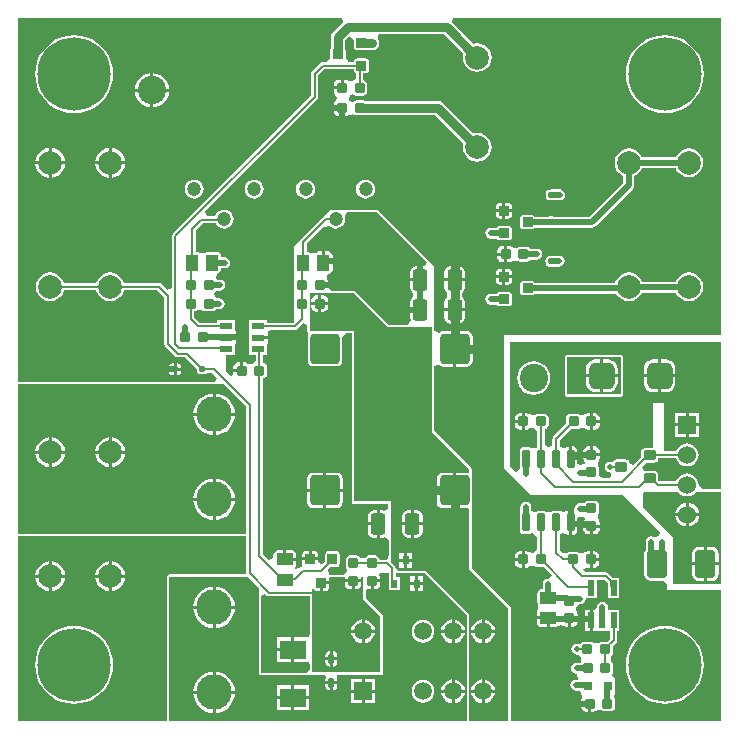
<source format=gtl>
G04*
G04 #@! TF.GenerationSoftware,Altium Limited,Altium Designer,20.1.11 (218)*
G04*
G04 Layer_Physical_Order=1*
G04 Layer_Color=255*
%FSLAX24Y24*%
%MOIN*%
G70*
G04*
G04 #@! TF.SameCoordinates,DAAE5E8E-C930-4FEA-A671-465C74EFB4C4*
G04*
G04*
G04 #@! TF.FilePolarity,Positive*
G04*
G01*
G75*
%ADD17C,0.0080*%
G04:AMPARAMS|DCode=25|XSize=35mil|YSize=34mil|CornerRadius=6mil|HoleSize=0mil|Usage=FLASHONLY|Rotation=0.000|XOffset=0mil|YOffset=0mil|HoleType=Round|Shape=RoundedRectangle|*
%AMROUNDEDRECTD25*
21,1,0.0350,0.0221,0,0,0.0*
21,1,0.0231,0.0340,0,0,0.0*
1,1,0.0119,0.0116,-0.0111*
1,1,0.0119,-0.0116,-0.0111*
1,1,0.0119,-0.0116,0.0111*
1,1,0.0119,0.0116,0.0111*
%
%ADD25ROUNDEDRECTD25*%
G04:AMPARAMS|DCode=27|XSize=35mil|YSize=34mil|CornerRadius=6mil|HoleSize=0mil|Usage=FLASHONLY|Rotation=270.000|XOffset=0mil|YOffset=0mil|HoleType=Round|Shape=RoundedRectangle|*
%AMROUNDEDRECTD27*
21,1,0.0350,0.0221,0,0,270.0*
21,1,0.0231,0.0340,0,0,270.0*
1,1,0.0119,-0.0111,-0.0116*
1,1,0.0119,-0.0111,0.0116*
1,1,0.0119,0.0111,0.0116*
1,1,0.0119,0.0111,-0.0116*
%
%ADD27ROUNDEDRECTD27*%
G04:AMPARAMS|DCode=28|XSize=19.7mil|YSize=31.5mil|CornerRadius=4.9mil|HoleSize=0mil|Usage=FLASHONLY|Rotation=0.000|XOffset=0mil|YOffset=0mil|HoleType=Round|Shape=RoundedRectangle|*
%AMROUNDEDRECTD28*
21,1,0.0197,0.0217,0,0,0.0*
21,1,0.0098,0.0315,0,0,0.0*
1,1,0.0098,0.0049,-0.0108*
1,1,0.0098,-0.0049,-0.0108*
1,1,0.0098,-0.0049,0.0108*
1,1,0.0098,0.0049,0.0108*
%
%ADD28ROUNDEDRECTD28*%
G04:AMPARAMS|DCode=29|XSize=55mil|YSize=43mil|CornerRadius=8mil|HoleSize=0mil|Usage=FLASHONLY|Rotation=0.000|XOffset=0mil|YOffset=0mil|HoleType=Round|Shape=RoundedRectangle|*
%AMROUNDEDRECTD29*
21,1,0.0550,0.0271,0,0,0.0*
21,1,0.0391,0.0430,0,0,0.0*
1,1,0.0159,0.0195,-0.0135*
1,1,0.0159,-0.0195,-0.0135*
1,1,0.0159,-0.0195,0.0135*
1,1,0.0159,0.0195,0.0135*
%
%ADD29ROUNDEDRECTD29*%
%ADD30R,0.0433X0.0236*%
G04:AMPARAMS|DCode=33|XSize=55mil|YSize=43mil|CornerRadius=8mil|HoleSize=0mil|Usage=FLASHONLY|Rotation=270.000|XOffset=0mil|YOffset=0mil|HoleType=Round|Shape=RoundedRectangle|*
%AMROUNDEDRECTD33*
21,1,0.0550,0.0271,0,0,270.0*
21,1,0.0391,0.0430,0,0,270.0*
1,1,0.0159,-0.0135,-0.0195*
1,1,0.0159,-0.0135,0.0195*
1,1,0.0159,0.0135,0.0195*
1,1,0.0159,0.0135,-0.0195*
%
%ADD33ROUNDEDRECTD33*%
G04:AMPARAMS|DCode=35|XSize=71mil|YSize=47mil|CornerRadius=8mil|HoleSize=0mil|Usage=FLASHONLY|Rotation=90.000|XOffset=0mil|YOffset=0mil|HoleType=Round|Shape=RoundedRectangle|*
%AMROUNDEDRECTD35*
21,1,0.0710,0.0310,0,0,90.0*
21,1,0.0550,0.0470,0,0,90.0*
1,1,0.0160,0.0155,0.0275*
1,1,0.0160,0.0155,-0.0275*
1,1,0.0160,-0.0155,-0.0275*
1,1,0.0160,-0.0155,0.0275*
%
%ADD35ROUNDEDRECTD35*%
G04:AMPARAMS|DCode=70|XSize=19.3mil|YSize=17.7mil|CornerRadius=1.8mil|HoleSize=0mil|Usage=FLASHONLY|Rotation=180.000|XOffset=0mil|YOffset=0mil|HoleType=Round|Shape=RoundedRectangle|*
%AMROUNDEDRECTD70*
21,1,0.0193,0.0142,0,0,180.0*
21,1,0.0157,0.0177,0,0,180.0*
1,1,0.0035,-0.0079,0.0071*
1,1,0.0035,0.0079,0.0071*
1,1,0.0035,0.0079,-0.0071*
1,1,0.0035,-0.0079,-0.0071*
%
%ADD70ROUNDEDRECTD70*%
G04:AMPARAMS|DCode=71|XSize=19.3mil|YSize=17.7mil|CornerRadius=1.8mil|HoleSize=0mil|Usage=FLASHONLY|Rotation=90.000|XOffset=0mil|YOffset=0mil|HoleType=Round|Shape=RoundedRectangle|*
%AMROUNDEDRECTD71*
21,1,0.0193,0.0142,0,0,90.0*
21,1,0.0157,0.0177,0,0,90.0*
1,1,0.0035,0.0071,0.0079*
1,1,0.0035,0.0071,-0.0079*
1,1,0.0035,-0.0071,-0.0079*
1,1,0.0035,-0.0071,0.0079*
%
%ADD71ROUNDEDRECTD71*%
G04:AMPARAMS|DCode=72|XSize=23.6mil|YSize=61mil|CornerRadius=2.4mil|HoleSize=0mil|Usage=FLASHONLY|Rotation=0.000|XOffset=0mil|YOffset=0mil|HoleType=Round|Shape=RoundedRectangle|*
%AMROUNDEDRECTD72*
21,1,0.0236,0.0563,0,0,0.0*
21,1,0.0189,0.0610,0,0,0.0*
1,1,0.0047,0.0094,-0.0282*
1,1,0.0047,-0.0094,-0.0282*
1,1,0.0047,-0.0094,0.0282*
1,1,0.0047,0.0094,0.0282*
%
%ADD72ROUNDEDRECTD72*%
G04:AMPARAMS|DCode=73|XSize=94.5mil|YSize=67.3mil|CornerRadius=13.5mil|HoleSize=0mil|Usage=FLASHONLY|Rotation=90.000|XOffset=0mil|YOffset=0mil|HoleType=Round|Shape=RoundedRectangle|*
%AMROUNDEDRECTD73*
21,1,0.0945,0.0404,0,0,90.0*
21,1,0.0676,0.0673,0,0,90.0*
1,1,0.0269,0.0202,0.0338*
1,1,0.0269,0.0202,-0.0338*
1,1,0.0269,-0.0202,-0.0338*
1,1,0.0269,-0.0202,0.0338*
%
%ADD73ROUNDEDRECTD73*%
%ADD74R,0.0315X0.0315*%
G04:AMPARAMS|DCode=75|XSize=31.5mil|YSize=35.4mil|CornerRadius=3.2mil|HoleSize=0mil|Usage=FLASHONLY|Rotation=270.000|XOffset=0mil|YOffset=0mil|HoleType=Round|Shape=RoundedRectangle|*
%AMROUNDEDRECTD75*
21,1,0.0315,0.0291,0,0,270.0*
21,1,0.0252,0.0354,0,0,270.0*
1,1,0.0063,-0.0146,-0.0126*
1,1,0.0063,-0.0146,0.0126*
1,1,0.0063,0.0146,0.0126*
1,1,0.0063,0.0146,-0.0126*
%
%ADD75ROUNDEDRECTD75*%
%ADD76R,0.0236X0.0520*%
G04:AMPARAMS|DCode=77|XSize=31.5mil|YSize=39.4mil|CornerRadius=3.2mil|HoleSize=0mil|Usage=FLASHONLY|Rotation=270.000|XOffset=0mil|YOffset=0mil|HoleType=Round|Shape=RoundedRectangle|*
%AMROUNDEDRECTD77*
21,1,0.0315,0.0331,0,0,270.0*
21,1,0.0252,0.0394,0,0,270.0*
1,1,0.0063,-0.0165,-0.0126*
1,1,0.0063,-0.0165,0.0126*
1,1,0.0063,0.0165,0.0126*
1,1,0.0063,0.0165,-0.0126*
%
%ADD77ROUNDEDRECTD77*%
G04:AMPARAMS|DCode=78|XSize=98.4mil|YSize=98.4mil|CornerRadius=9.8mil|HoleSize=0mil|Usage=FLASHONLY|Rotation=270.000|XOffset=0mil|YOffset=0mil|HoleType=Round|Shape=RoundedRectangle|*
%AMROUNDEDRECTD78*
21,1,0.0984,0.0787,0,0,270.0*
21,1,0.0787,0.0984,0,0,270.0*
1,1,0.0197,-0.0394,-0.0394*
1,1,0.0197,-0.0394,0.0394*
1,1,0.0197,0.0394,0.0394*
1,1,0.0197,0.0394,-0.0394*
%
%ADD78ROUNDEDRECTD78*%
G04:AMPARAMS|DCode=79|XSize=89mil|YSize=85mil|CornerRadius=21.3mil|HoleSize=0mil|Usage=FLASHONLY|Rotation=270.000|XOffset=0mil|YOffset=0mil|HoleType=Round|Shape=RoundedRectangle|*
%AMROUNDEDRECTD79*
21,1,0.0890,0.0425,0,0,270.0*
21,1,0.0465,0.0850,0,0,270.0*
1,1,0.0425,-0.0213,-0.0232*
1,1,0.0425,-0.0213,0.0232*
1,1,0.0425,0.0213,0.0232*
1,1,0.0425,0.0213,-0.0232*
%
%ADD79ROUNDEDRECTD79*%
%ADD80R,0.0220X0.0285*%
G04:AMPARAMS|DCode=81|XSize=31.5mil|YSize=35.4mil|CornerRadius=3.2mil|HoleSize=0mil|Usage=FLASHONLY|Rotation=0.000|XOffset=0mil|YOffset=0mil|HoleType=Round|Shape=RoundedRectangle|*
%AMROUNDEDRECTD81*
21,1,0.0315,0.0291,0,0,0.0*
21,1,0.0252,0.0354,0,0,0.0*
1,1,0.0063,0.0126,-0.0146*
1,1,0.0063,-0.0126,-0.0146*
1,1,0.0063,-0.0126,0.0146*
1,1,0.0063,0.0126,0.0146*
%
%ADD81ROUNDEDRECTD81*%
%ADD82R,0.0866X0.0630*%
%ADD83C,0.0300*%
%ADD84C,0.0200*%
%ADD85C,0.2441*%
%ADD86C,0.0787*%
%ADD87C,0.0472*%
%ADD88C,0.0945*%
%ADD89C,0.0591*%
%ADD90R,0.0591X0.0591*%
%ADD91R,0.0600X0.0600*%
%ADD92C,0.0600*%
%ADD93C,0.1181*%
%ADD94C,0.0197*%
G36*
X23542Y12961D02*
X16292Y12961D01*
Y12742D01*
X16292Y12739D01*
X16292Y8607D01*
X16292Y8604D01*
Y8510D01*
X17169Y7634D01*
X20250Y7634D01*
X20781Y7104D01*
X20786Y7096D01*
X21485Y6396D01*
X21484Y6347D01*
X21458Y6253D01*
X21310Y6213D01*
X21265Y6242D01*
X21195Y6256D01*
X21125Y6242D01*
X21065Y6203D01*
X21025Y6143D01*
X21011Y6073D01*
Y5786D01*
X20989Y5752D01*
X20972Y5668D01*
Y4993D01*
X20989Y4909D01*
X21036Y4838D01*
X21107Y4791D01*
X21191Y4774D01*
X21595D01*
X21722Y4671D01*
X21726Y4659D01*
X21735Y4613D01*
X21735Y4454D01*
X23542D01*
Y80D01*
X16513D01*
X16513Y3893D01*
X15236Y5171D01*
X15236Y8386D01*
X15212Y8410D01*
Y8492D01*
X15212Y8492D01*
X15205Y8523D01*
X15188Y8550D01*
X13974Y9764D01*
X13974Y11911D01*
X14091Y11954D01*
X14124Y11961D01*
X14184Y11920D01*
X14261Y11905D01*
X14605D01*
Y12501D01*
Y13097D01*
X14261D01*
X14184Y13082D01*
X14124Y13042D01*
X14091Y13048D01*
X13974Y13092D01*
X13974Y13219D01*
X13970Y13237D01*
X13970Y15276D01*
X12105Y17141D01*
X10686D01*
X10677Y17142D01*
X10667Y17141D01*
X10502D01*
X9280Y15919D01*
Y13382D01*
X9270Y13372D01*
X8395D01*
Y13448D01*
X7802D01*
Y13052D01*
Y12678D01*
Y12304D01*
X8016D01*
Y12085D01*
X7881Y11987D01*
X7828Y11992D01*
X7764Y12007D01*
X7726Y12033D01*
X7664Y12045D01*
X7599D01*
Y11772D01*
X7549D01*
Y11722D01*
X7271D01*
Y11661D01*
X7222Y11589D01*
X7185Y11585D01*
X7035Y11718D01*
Y12304D01*
X7332D01*
Y12658D01*
X7352D01*
Y12826D01*
X7035D01*
Y12926D01*
X7352D01*
Y13094D01*
X7332D01*
Y13448D01*
X6739D01*
Y13372D01*
X6154D01*
X5976Y13550D01*
Y13756D01*
X6024Y13765D01*
X6064Y13792D01*
X6074Y13796D01*
X6223D01*
X6234Y13792D01*
X6274Y13765D01*
X6328Y13754D01*
X6559D01*
X6614Y13765D01*
X6660Y13796D01*
X6678Y13823D01*
X6803D01*
X6873Y13837D01*
X6933Y13877D01*
X6973Y13937D01*
X6987Y14007D01*
X6973Y14077D01*
X6933Y14137D01*
X6873Y14176D01*
X6803Y14190D01*
X6691D01*
X6624Y14316D01*
X6691Y14442D01*
X6823D01*
X6893Y14456D01*
X6953Y14496D01*
X6993Y14555D01*
X7007Y14625D01*
X6993Y14696D01*
X6953Y14755D01*
X6893Y14795D01*
X6823Y14809D01*
X6733D01*
X6691Y14862D01*
X6694Y14901D01*
X6749Y15022D01*
X6763Y15024D01*
X6815Y15060D01*
X6851Y15112D01*
X6863Y15175D01*
Y15180D01*
X6977D01*
X7047Y15194D01*
X7107Y15233D01*
X7146Y15293D01*
X7160Y15363D01*
X7146Y15433D01*
X7107Y15493D01*
X7047Y15533D01*
X6977Y15547D01*
X6863D01*
Y15565D01*
X6851Y15628D01*
X6815Y15680D01*
X6763Y15716D01*
X6700Y15728D01*
X6430D01*
X6367Y15716D01*
X6315Y15680D01*
X6313Y15679D01*
X6309Y15677D01*
X6151D01*
X6147Y15679D01*
X6145Y15680D01*
X6093Y15716D01*
X6030Y15728D01*
X6020D01*
Y16442D01*
X6259Y16681D01*
X6684D01*
X6691Y16664D01*
X6741Y16598D01*
X6808Y16547D01*
X6884Y16515D01*
X6967Y16504D01*
X7050Y16515D01*
X7126Y16547D01*
X7193Y16598D01*
X7243Y16664D01*
X7275Y16741D01*
X7286Y16823D01*
X7275Y16906D01*
X7243Y16983D01*
X7193Y17049D01*
X7126Y17100D01*
X7050Y17132D01*
X6967Y17142D01*
X6884Y17132D01*
X6808Y17100D01*
X6741Y17049D01*
X6691Y16983D01*
X6667Y16925D01*
X6400D01*
X6338Y17075D01*
X10073Y20810D01*
X10099Y20849D01*
X10109Y20896D01*
Y21622D01*
X10304Y21817D01*
X11282D01*
Y21814D01*
X11291Y21770D01*
X11315Y21733D01*
X11352Y21709D01*
X11362Y21707D01*
Y21507D01*
X11227Y21410D01*
X11174Y21415D01*
X11111Y21430D01*
X11072Y21455D01*
X11010Y21468D01*
X10945D01*
Y21194D01*
X10895D01*
Y21144D01*
X10617D01*
Y21084D01*
X10629Y21022D01*
X10664Y20969D01*
X10705Y20942D01*
X10713Y20867D01*
X10703Y20784D01*
X10660Y20755D01*
X10625Y20702D01*
X10613Y20640D01*
Y20579D01*
X10891D01*
Y20529D01*
X10941D01*
Y20256D01*
X11006D01*
X11069Y20269D01*
X11107Y20294D01*
X11171Y20309D01*
X11253Y20317D01*
X11288Y20303D01*
X11311Y20288D01*
X11365Y20277D01*
X11596D01*
X11651Y20288D01*
X11662Y20295D01*
X13989D01*
X14939Y19344D01*
X14938Y19340D01*
X14921Y19216D01*
X14938Y19093D01*
X14985Y18977D01*
X15061Y18879D01*
X15160Y18803D01*
X15275Y18755D01*
X15399Y18739D01*
X15523Y18755D01*
X15638Y18803D01*
X15737Y18879D01*
X15813Y18977D01*
X15861Y19093D01*
X15877Y19216D01*
X15861Y19340D01*
X15813Y19455D01*
X15737Y19554D01*
X15638Y19630D01*
X15523Y19678D01*
X15399Y19694D01*
X15275Y19678D01*
X15271Y19676D01*
X14252Y20695D01*
X14176Y20746D01*
X14086Y20764D01*
X11662D01*
X11651Y20771D01*
X11596Y20782D01*
X11365D01*
X11311Y20771D01*
X11288Y20756D01*
X11253Y20742D01*
X11172Y20750D01*
X11122Y20807D01*
X11119Y20841D01*
X11164Y20972D01*
X11174Y20974D01*
X11257Y20982D01*
X11291Y20968D01*
X11315Y20953D01*
X11369Y20942D01*
X11600D01*
X11655Y20953D01*
X11701Y20983D01*
X11732Y21030D01*
X11742Y21084D01*
Y21305D01*
X11732Y21359D01*
X11701Y21405D01*
X11655Y21436D01*
X11607Y21446D01*
Y21700D01*
X11687D01*
X11731Y21709D01*
X11768Y21733D01*
X11792Y21770D01*
X11801Y21814D01*
Y22066D01*
X11792Y22109D01*
X11768Y22146D01*
X11731Y22171D01*
X11687Y22179D01*
X11396D01*
X11352Y22171D01*
X11315Y22146D01*
X11291Y22109D01*
X11282Y22066D01*
Y22062D01*
X11130D01*
X11101Y22081D01*
X11013Y22188D01*
X11013Y22212D01*
Y22440D01*
X11005Y22483D01*
X10989Y22508D01*
Y22792D01*
X11086Y22890D01*
X11161Y22896D01*
X11188Y22878D01*
X11282Y22793D01*
Y22562D01*
X11291Y22518D01*
X11315Y22481D01*
X11352Y22457D01*
X11396Y22448D01*
X11687D01*
X11713Y22453D01*
X11901D01*
X11991Y22471D01*
X12067Y22522D01*
X12118Y22598D01*
X12136Y22688D01*
X12118Y22778D01*
X12079Y22835D01*
X12100Y22913D01*
X12140Y22985D01*
X14291D01*
X14939Y22337D01*
X14938Y22332D01*
X14921Y22208D01*
X14938Y22085D01*
X14985Y21970D01*
X15061Y21871D01*
X15160Y21795D01*
X15275Y21747D01*
X15399Y21731D01*
X15523Y21747D01*
X15638Y21795D01*
X15737Y21871D01*
X15813Y21970D01*
X15861Y22085D01*
X15877Y22208D01*
X15861Y22332D01*
X15813Y22447D01*
X15737Y22546D01*
X15638Y22622D01*
X15523Y22670D01*
X15399Y22686D01*
X15275Y22670D01*
X15271Y22668D01*
X14553Y23386D01*
X14545Y23392D01*
X14590Y23542D01*
X23542D01*
Y12961D01*
D02*
G37*
G36*
X13741Y15390D02*
X13667Y15252D01*
X13661Y15253D01*
X13556D01*
Y14794D01*
X13506D01*
Y14744D01*
X13167D01*
Y14519D01*
X13181Y14449D01*
X13221Y14389D01*
X13238Y14378D01*
X13244Y14358D01*
Y14231D01*
X13238Y14211D01*
X13221Y14200D01*
X13181Y14141D01*
X13167Y14071D01*
Y13845D01*
X13506D01*
Y13745D01*
X13167D01*
Y13520D01*
X13181Y13450D01*
X13107Y13300D01*
X12453Y13300D01*
X11351Y14403D01*
X11351Y14403D01*
X11324Y14420D01*
X11293Y14427D01*
X11293Y14427D01*
X10567Y14427D01*
X10431Y14515D01*
Y14575D01*
X10153D01*
Y14675D01*
X10431D01*
Y14736D01*
X10419Y14798D01*
X10390Y14841D01*
X10400Y14917D01*
X10436Y14997D01*
X10481Y15005D01*
X10540Y15045D01*
X10580Y15104D01*
X10594Y15175D01*
Y15320D01*
X10275D01*
Y15370D01*
X10225D01*
Y15749D01*
X10149D01*
X10140Y15749D01*
X10140Y15749D01*
X10069Y15735D01*
X10018Y15700D01*
X9962Y15693D01*
X9872Y15687D01*
X9840Y15691D01*
X9803Y15716D01*
X9740Y15728D01*
X9730D01*
Y16017D01*
X10283Y16571D01*
X10451Y16598D01*
X10517Y16547D01*
X10594Y16515D01*
X10677Y16504D01*
X10759Y16515D01*
X10836Y16547D01*
X10902Y16598D01*
X10953Y16664D01*
X10985Y16741D01*
X10996Y16823D01*
X10985Y16906D01*
X10983Y16910D01*
X11070Y17056D01*
X11076Y17060D01*
X12071D01*
X13741Y15390D01*
D02*
G37*
G36*
X10928Y23392D02*
X10919Y23386D01*
X10919Y23386D01*
X10588Y23055D01*
X10537Y22979D01*
X10520Y22889D01*
Y22508D01*
X10503Y22483D01*
X10495Y22440D01*
Y22188D01*
X10407Y22081D01*
X10378Y22062D01*
X10253D01*
X10206Y22053D01*
X10166Y22026D01*
X9900Y21760D01*
X9873Y21720D01*
X9864Y21673D01*
Y20947D01*
X5253Y16337D01*
X5227Y16297D01*
X5218Y16250D01*
Y14529D01*
X5068Y14466D01*
X4881Y14653D01*
X4841Y14680D01*
X4794Y14689D01*
X3627D01*
X3627Y14691D01*
X3579Y14806D01*
X3503Y14905D01*
X3404Y14981D01*
X3289Y15028D01*
X3165Y15045D01*
X3042Y15028D01*
X2926Y14981D01*
X2828Y14905D01*
X2752Y14806D01*
X2704Y14691D01*
X2704Y14689D01*
X1627D01*
X1627Y14691D01*
X1579Y14806D01*
X1503Y14905D01*
X1404Y14981D01*
X1289Y15028D01*
X1165Y15045D01*
X1042Y15028D01*
X926Y14981D01*
X828Y14905D01*
X752Y14806D01*
X704Y14691D01*
X688Y14567D01*
X704Y14443D01*
X752Y14328D01*
X828Y14229D01*
X926Y14153D01*
X1042Y14105D01*
X1165Y14089D01*
X1289Y14105D01*
X1404Y14153D01*
X1503Y14229D01*
X1579Y14328D01*
X1627Y14443D01*
X1627Y14445D01*
X2704D01*
X2704Y14443D01*
X2752Y14328D01*
X2828Y14229D01*
X2926Y14153D01*
X3042Y14105D01*
X3165Y14089D01*
X3289Y14105D01*
X3404Y14153D01*
X3503Y14229D01*
X3579Y14328D01*
X3627Y14443D01*
X3627Y14445D01*
X4743D01*
X4974Y14214D01*
Y12654D01*
X4983Y12607D01*
X5009Y12568D01*
X5326Y12251D01*
X5366Y12224D01*
X5413Y12215D01*
X5668D01*
X6052Y11830D01*
Y11754D01*
X6060Y11716D01*
X6081Y11684D01*
X6114Y11662D01*
X6152Y11655D01*
X6309D01*
X6347Y11662D01*
X6380Y11684D01*
X6392Y11703D01*
X6569D01*
X6729Y11543D01*
X6672Y11404D01*
X80Y11404D01*
X80Y11554D01*
X80Y23542D01*
X10883D01*
X10928Y23392D01*
D02*
G37*
G36*
X23542Y7817D02*
X22899D01*
X22783Y7967D01*
X22783Y7970D01*
X22770Y8069D01*
X22732Y8162D01*
X22671Y8241D01*
X22592Y8302D01*
X22499Y8340D01*
X22400Y8353D01*
X22301Y8340D01*
X22208Y8302D01*
X22129Y8241D01*
X22068Y8162D01*
X22039Y8091D01*
X21462D01*
X21423Y8130D01*
Y8323D01*
X21414Y8366D01*
X21389Y8403D01*
X21352Y8428D01*
X21309Y8437D01*
X20981D01*
X20975Y8443D01*
X20908Y8575D01*
X21038Y8705D01*
X21309D01*
X21352Y8714D01*
X21389Y8739D01*
X21414Y8775D01*
X21423Y8819D01*
Y8846D01*
X22040D01*
X22068Y8778D01*
X22129Y8699D01*
X22208Y8638D01*
X22301Y8600D01*
X22400Y8587D01*
X22499Y8600D01*
X22592Y8638D01*
X22671Y8699D01*
X22732Y8778D01*
X22770Y8871D01*
X22783Y8970D01*
X22770Y9069D01*
X22732Y9162D01*
X22671Y9241D01*
X22592Y9302D01*
X22499Y9340D01*
X22400Y9353D01*
X22301Y9340D01*
X22208Y9302D01*
X22129Y9241D01*
X22068Y9162D01*
X22039Y9091D01*
X21631D01*
Y10683D01*
X21262D01*
Y9185D01*
X20978D01*
X20935Y9176D01*
X20898Y9151D01*
X20873Y9114D01*
X20865Y9071D01*
Y8878D01*
X20616Y8630D01*
X20532Y8665D01*
X20477Y8702D01*
X20469Y8740D01*
X20444Y8777D01*
X20408Y8802D01*
X20364Y8811D01*
X20033D01*
X19990Y8802D01*
X19953Y8777D01*
X19928Y8740D01*
X19827Y8741D01*
X19757Y8727D01*
X19698Y8687D01*
X19659Y8628D01*
X19645Y8559D01*
X19659Y8489D01*
X19698Y8430D01*
X19757Y8391D01*
X19827Y8377D01*
X19849Y8357D01*
X19875Y8265D01*
X19838Y8198D01*
X19602D01*
X19462Y8262D01*
Y8493D01*
X19451Y8548D01*
X19435Y8571D01*
X19421Y8605D01*
X19430Y8688D01*
X19444Y8752D01*
X19470Y8790D01*
X19482Y8852D01*
Y8918D01*
X19209D01*
X18936D01*
Y8852D01*
X18948Y8790D01*
X18974Y8752D01*
X18986Y8699D01*
X18979Y8675D01*
X18956Y8647D01*
X18816Y8636D01*
X18770Y8652D01*
X18743Y8688D01*
Y8787D01*
X18523D01*
Y8837D01*
X18473D01*
Y9244D01*
X18428D01*
X18380Y9235D01*
X18346Y9212D01*
X18333Y9207D01*
X18288Y9203D01*
X18145Y9238D01*
Y9439D01*
X18534Y9829D01*
X18734D01*
X18789Y9839D01*
X18812Y9855D01*
X18846Y9869D01*
X18929Y9861D01*
X18993Y9846D01*
X19031Y9821D01*
X19093Y9808D01*
X19159D01*
Y10081D01*
Y10354D01*
X19093D01*
X19031Y10342D01*
X18993Y10317D01*
X18929Y10302D01*
X18846Y10293D01*
X18812Y10308D01*
X18789Y10323D01*
X18734Y10334D01*
X18503D01*
X18449Y10323D01*
X18403Y10292D01*
X18372Y10246D01*
X18361Y10192D01*
Y10002D01*
X17936Y9577D01*
X17910Y9537D01*
X17900Y9490D01*
Y9262D01*
X17752Y9215D01*
X17644Y9311D01*
Y9830D01*
X17692Y9839D01*
X17738Y9870D01*
X17769Y9916D01*
X17779Y9971D01*
Y10192D01*
X17769Y10246D01*
X17738Y10292D01*
X17692Y10323D01*
X17637Y10334D01*
X17406D01*
X17352Y10323D01*
X17328Y10308D01*
X17294Y10293D01*
X17211Y10302D01*
X17148Y10317D01*
X17109Y10342D01*
X17047Y10354D01*
X16982D01*
Y10081D01*
Y9808D01*
X17047D01*
X17109Y9821D01*
X17148Y9846D01*
X17211Y9861D01*
X17265Y9866D01*
X17400Y9768D01*
Y9218D01*
X17388Y9216D01*
X17353Y9193D01*
X17334Y9188D01*
X17211D01*
X17192Y9193D01*
X17157Y9216D01*
X17117Y9224D01*
X16928D01*
X16888Y9216D01*
X16853Y9193D01*
X16830Y9159D01*
X16822Y9118D01*
Y8555D01*
X16830Y8515D01*
X16717Y8415D01*
X16696Y8406D01*
X16496Y8607D01*
X16496Y12739D01*
X23542Y12739D01*
Y7817D01*
D02*
G37*
G36*
X11293Y14345D02*
X12419Y13219D01*
X13892Y13219D01*
X13892Y9730D01*
X15130Y8492D01*
Y8407D01*
X15080Y8366D01*
X15049Y8373D01*
X14705D01*
Y7777D01*
Y7181D01*
X15049D01*
X15080Y7187D01*
X15130Y7146D01*
X15130Y5151D01*
X16418Y3862D01*
X16418Y80D01*
X15132D01*
Y3618D01*
X15130Y3626D01*
Y3667D01*
X13689Y5109D01*
X12803Y5109D01*
X12673Y5238D01*
X12657Y5263D01*
X12537Y5383D01*
Y7415D01*
X11293D01*
Y13092D01*
X9820D01*
Y13891D01*
X9821Y13896D01*
Y14117D01*
X9820Y14122D01*
Y14345D01*
X11293Y14345D01*
D02*
G37*
G36*
X23542Y4669D02*
X21928Y4669D01*
X21928Y4958D01*
X21932Y4993D01*
Y5668D01*
X21928Y5704D01*
X21928Y6242D01*
X20930Y7240D01*
X20930Y7700D01*
X20965Y7735D01*
X22101D01*
X22129Y7699D01*
X22208Y7638D01*
X22301Y7600D01*
X22400Y7587D01*
X22499Y7600D01*
X22592Y7638D01*
X22671Y7699D01*
X22699Y7735D01*
X23542D01*
Y4669D01*
D02*
G37*
G36*
X9738Y13282D02*
Y13092D01*
X9745Y13061D01*
X9762Y13035D01*
X9763Y12964D01*
X9749Y12895D01*
Y12107D01*
X9763Y12038D01*
X9802Y11979D01*
X9861Y11939D01*
X9931Y11925D01*
X10718D01*
X10788Y11939D01*
X10847Y11979D01*
X10886Y12038D01*
X10900Y12107D01*
Y12895D01*
X11022Y13011D01*
X11211D01*
Y7415D01*
X11218Y7384D01*
X11235Y7358D01*
X11262Y7340D01*
X11293Y7334D01*
X12429D01*
X12436Y7184D01*
X12353Y7124D01*
X12306Y7108D01*
X12255Y7119D01*
X12150D01*
Y6660D01*
Y6201D01*
X12255D01*
X12306Y6212D01*
X12353Y6196D01*
X12456Y6122D01*
Y5616D01*
X12393Y5476D01*
X12145D01*
X12136Y5523D01*
X12105Y5569D01*
X12059Y5600D01*
X12004Y5611D01*
X11783D01*
X11729Y5600D01*
X11683Y5569D01*
X11661Y5536D01*
X11581Y5529D01*
X11502Y5536D01*
X11480Y5569D01*
X11433Y5600D01*
X11379Y5611D01*
X11158D01*
X11104Y5600D01*
X11057Y5569D01*
X11027Y5523D01*
X11016Y5469D01*
Y5238D01*
X11027Y5183D01*
X11053Y5143D01*
X11057Y5133D01*
Y5101D01*
X11048Y5077D01*
X10917Y4962D01*
X10485D01*
X10481Y4961D01*
X10477Y4961D01*
X10445Y4991D01*
X10428Y5168D01*
X10494Y5235D01*
X10702D01*
X10746Y5243D01*
X10783Y5268D01*
X10807Y5305D01*
X10816Y5348D01*
Y5640D01*
X10807Y5683D01*
X10783Y5720D01*
X10746Y5745D01*
X10702Y5753D01*
X10450D01*
X10407Y5745D01*
X10370Y5720D01*
X10345Y5683D01*
X10337Y5640D01*
Y5423D01*
X10235Y5321D01*
X10182Y5331D01*
X10088Y5387D01*
Y5444D01*
X9568D01*
Y5361D01*
X9568Y5348D01*
X9568Y5348D01*
X9556Y5262D01*
X9547Y5246D01*
X9529Y5215D01*
X9361Y5168D01*
X9317Y5202D01*
X9311Y5223D01*
X9344Y5272D01*
X9358Y5342D01*
Y5428D01*
X8980D01*
Y5478D01*
X8930D01*
Y5796D01*
X8784D01*
X8714Y5782D01*
X8655Y5742D01*
X8615Y5683D01*
X8601Y5613D01*
Y5519D01*
X8451Y5456D01*
X8261Y5646D01*
Y11521D01*
X8309Y11530D01*
X8355Y11561D01*
X8386Y11607D01*
X8396Y11661D01*
Y11882D01*
X8386Y11937D01*
X8355Y11983D01*
X8309Y12014D01*
X8261Y12023D01*
Y12304D01*
X8395D01*
Y12658D01*
X8415D01*
Y12826D01*
X8098D01*
Y12926D01*
X8415D01*
Y13094D01*
X8551Y13127D01*
X9321D01*
X9368Y13137D01*
X9408Y13163D01*
X9588Y13344D01*
X9738Y13282D01*
D02*
G37*
G36*
X6949Y11323D02*
X7691Y10580D01*
Y6341D01*
X80Y6341D01*
Y11323D01*
X6949Y11323D01*
D02*
G37*
G36*
X11602Y4166D02*
X12170Y3598D01*
Y1710D01*
X9907Y1711D01*
Y4494D01*
X9928Y4501D01*
X9957Y4503D01*
X9981Y4466D01*
X10025Y4437D01*
X10076Y4427D01*
X10152D01*
Y4707D01*
X10202D01*
Y4757D01*
X10462D01*
Y4852D01*
X10485Y4880D01*
X10994D01*
X10995Y4879D01*
Y4813D01*
X11268D01*
X11542D01*
Y4879D01*
X11543Y4880D01*
X11602D01*
Y4166D01*
D02*
G37*
G36*
X15050Y3618D02*
Y80D01*
X5140D01*
Y4897D01*
X7754D01*
X8120Y4530D01*
Y1610D01*
X10335Y1610D01*
X10362Y1560D01*
X10350Y1541D01*
X10338Y1483D01*
Y1425D01*
X10741D01*
Y1483D01*
X10729Y1541D01*
X10717Y1560D01*
X10743Y1610D01*
X12260D01*
X12260Y3621D01*
X12232Y3650D01*
X12228Y3656D01*
X12228Y3656D01*
X11690Y4193D01*
Y4463D01*
X11740Y4494D01*
X11783Y4485D01*
X11844D01*
Y4763D01*
X11894D01*
Y4813D01*
X12167D01*
Y4879D01*
X12154Y4941D01*
X12135Y4970D01*
X12162Y5020D01*
X12448D01*
Y4894D01*
X12446D01*
Y4449D01*
X12826D01*
Y4894D01*
X12692D01*
Y5020D01*
X13648Y5020D01*
X15050Y3618D01*
D02*
G37*
G36*
X8365Y4286D02*
X8405Y4259D01*
X8452Y4250D01*
X9826D01*
Y3014D01*
X9785Y2881D01*
X9676Y2881D01*
X9302D01*
Y2466D01*
Y2051D01*
X9676D01*
X9785Y2051D01*
X9826Y1917D01*
Y1842D01*
X9683Y1692D01*
X8202Y1692D01*
Y4253D01*
X8340Y4310D01*
X8365Y4286D01*
D02*
G37*
G36*
X7691Y6260D02*
Y5010D01*
X7665Y4978D01*
X5140D01*
X5109Y4972D01*
X5083Y4955D01*
X5065Y4928D01*
X5059Y4897D01*
Y80D01*
X80D01*
Y6110D01*
X80Y6260D01*
X7691Y6260D01*
D02*
G37*
%LPC*%
G36*
X10845Y21468D02*
X10779D01*
X10717Y21455D01*
X10664Y21420D01*
X10629Y21367D01*
X10617Y21305D01*
Y21244D01*
X10845D01*
Y21468D01*
D02*
G37*
G36*
X21654Y22958D02*
X21449Y22942D01*
X21250Y22894D01*
X21061Y22816D01*
X20887Y22709D01*
X20731Y22576D01*
X20598Y22420D01*
X20491Y22246D01*
X20413Y22057D01*
X20365Y21858D01*
X20349Y21654D01*
X20365Y21449D01*
X20413Y21250D01*
X20491Y21061D01*
X20598Y20887D01*
X20731Y20731D01*
X20887Y20598D01*
X21061Y20491D01*
X21250Y20413D01*
X21449Y20365D01*
X21654Y20349D01*
X21858Y20365D01*
X22057Y20413D01*
X22246Y20491D01*
X22420Y20598D01*
X22576Y20731D01*
X22709Y20887D01*
X22816Y21061D01*
X22894Y21250D01*
X22942Y21449D01*
X22958Y21654D01*
X22942Y21858D01*
X22894Y22057D01*
X22816Y22246D01*
X22709Y22420D01*
X22576Y22576D01*
X22420Y22709D01*
X22246Y22816D01*
X22057Y22894D01*
X21858Y22942D01*
X21654Y22958D01*
D02*
G37*
G36*
X10841Y20479D02*
X10613D01*
Y20419D01*
X10625Y20357D01*
X10660Y20304D01*
X10713Y20269D01*
X10775Y20256D01*
X10841D01*
Y20479D01*
D02*
G37*
G36*
X22457Y19179D02*
X22333Y19162D01*
X22218Y19115D01*
X22119Y19039D01*
X22043Y18940D01*
X22020Y18884D01*
X20893D01*
X20870Y18940D01*
X20795Y19039D01*
X20696Y19115D01*
X20580Y19162D01*
X20457Y19179D01*
X20333Y19162D01*
X20218Y19115D01*
X20119Y19039D01*
X20043Y18940D01*
X19995Y18824D01*
X19979Y18701D01*
X19995Y18577D01*
X20043Y18462D01*
X20119Y18363D01*
X20218Y18287D01*
X20273Y18264D01*
Y18029D01*
X19149Y16905D01*
X17965D01*
X17941Y16910D01*
X17896D01*
X17870Y16915D01*
X17844Y16910D01*
X17799D01*
X17799Y16909D01*
X17322D01*
X17306Y16932D01*
X17269Y16957D01*
X17226Y16966D01*
X16935D01*
X16891Y16957D01*
X16854Y16932D01*
X16830Y16895D01*
X16821Y16852D01*
Y16600D01*
X16830Y16556D01*
X16854Y16520D01*
X16891Y16495D01*
X16935Y16486D01*
X17226D01*
X17269Y16495D01*
X17306Y16520D01*
X17322Y16542D01*
X17846D01*
X17870Y16538D01*
X19225D01*
X19295Y16552D01*
X19355Y16591D01*
X20586Y17823D01*
X20626Y17883D01*
X20640Y17953D01*
Y18264D01*
X20696Y18287D01*
X20795Y18363D01*
X20870Y18462D01*
X20893Y18517D01*
X22020D01*
X22043Y18462D01*
X22119Y18363D01*
X22218Y18287D01*
X22333Y18239D01*
X22457Y18223D01*
X22580Y18239D01*
X22696Y18287D01*
X22795Y18363D01*
X22870Y18462D01*
X22918Y18577D01*
X22934Y18701D01*
X22918Y18824D01*
X22870Y18940D01*
X22795Y19039D01*
X22696Y19115D01*
X22580Y19162D01*
X22457Y19179D01*
D02*
G37*
G36*
X11677Y18142D02*
X11594Y18132D01*
X11517Y18100D01*
X11451Y18049D01*
X11400Y17983D01*
X11369Y17906D01*
X11358Y17823D01*
X11369Y17741D01*
X11400Y17664D01*
X11451Y17598D01*
X11517Y17547D01*
X11594Y17515D01*
X11677Y17504D01*
X11759Y17515D01*
X11836Y17547D01*
X11902Y17598D01*
X11953Y17664D01*
X11985Y17741D01*
X11996Y17823D01*
X11985Y17906D01*
X11953Y17983D01*
X11902Y18049D01*
X11836Y18100D01*
X11759Y18132D01*
X11677Y18142D01*
D02*
G37*
G36*
X9677D02*
X9594Y18132D01*
X9517Y18100D01*
X9451Y18049D01*
X9400Y17983D01*
X9369Y17906D01*
X9358Y17823D01*
X9369Y17741D01*
X9400Y17664D01*
X9451Y17598D01*
X9517Y17547D01*
X9594Y17515D01*
X9677Y17504D01*
X9759Y17515D01*
X9836Y17547D01*
X9902Y17598D01*
X9953Y17664D01*
X9985Y17741D01*
X9996Y17823D01*
X9985Y17906D01*
X9953Y17983D01*
X9902Y18049D01*
X9836Y18100D01*
X9759Y18132D01*
X9677Y18142D01*
D02*
G37*
G36*
X7967D02*
X7884Y18132D01*
X7808Y18100D01*
X7741Y18049D01*
X7691Y17983D01*
X7659Y17906D01*
X7648Y17823D01*
X7659Y17741D01*
X7691Y17664D01*
X7741Y17598D01*
X7808Y17547D01*
X7884Y17515D01*
X7967Y17504D01*
X8050Y17515D01*
X8126Y17547D01*
X8193Y17598D01*
X8243Y17664D01*
X8275Y17741D01*
X8286Y17823D01*
X8275Y17906D01*
X8243Y17983D01*
X8193Y18049D01*
X8126Y18100D01*
X8050Y18132D01*
X7967Y18142D01*
D02*
G37*
G36*
X18145Y17812D02*
X17870D01*
X17844Y17807D01*
X17799D01*
X17761Y17800D01*
X17729Y17778D01*
X17707Y17746D01*
X17700Y17708D01*
Y17698D01*
X17699Y17698D01*
X17685Y17628D01*
X17699Y17557D01*
X17700Y17557D01*
Y17550D01*
X17707Y17512D01*
X17729Y17480D01*
X17761Y17458D01*
X17799Y17450D01*
X17836D01*
X17869Y17444D01*
X17875Y17445D01*
X18145D01*
X18215Y17459D01*
X18275Y17499D01*
X18314Y17559D01*
X18328Y17629D01*
X18314Y17699D01*
X18275Y17759D01*
X18215Y17798D01*
X18145Y17812D01*
D02*
G37*
G36*
X16439Y17360D02*
X16343D01*
Y17150D01*
X16573D01*
Y17226D01*
X16562Y17277D01*
X16533Y17321D01*
X16490Y17350D01*
X16439Y17360D01*
D02*
G37*
G36*
X16243D02*
X16147D01*
X16096Y17350D01*
X16052Y17321D01*
X16023Y17277D01*
X16013Y17226D01*
Y17150D01*
X16243D01*
Y17360D01*
D02*
G37*
G36*
X16573Y17050D02*
X16343D01*
Y16840D01*
X16439D01*
X16490Y16850D01*
X16533Y16879D01*
X16562Y16923D01*
X16573Y16974D01*
Y17050D01*
D02*
G37*
G36*
X16243D02*
X16013D01*
Y16974D01*
X16023Y16923D01*
X16052Y16879D01*
X16096Y16850D01*
X16147Y16840D01*
X16243D01*
Y17050D01*
D02*
G37*
G36*
X16439Y16592D02*
X16147D01*
X16104Y16583D01*
X16067Y16558D01*
X16050Y16534D01*
X15847D01*
X15776Y16520D01*
X15717Y16480D01*
X15677Y16421D01*
X15663Y16350D01*
X15677Y16280D01*
X15717Y16221D01*
X15776Y16181D01*
X15847Y16167D01*
X16053D01*
X16067Y16146D01*
X16104Y16121D01*
X16147Y16112D01*
X16439D01*
X16482Y16121D01*
X16519Y16146D01*
X16544Y16182D01*
X16552Y16226D01*
Y16478D01*
X16544Y16521D01*
X16519Y16558D01*
X16482Y16583D01*
X16439Y16592D01*
D02*
G37*
G36*
X16300Y15926D02*
X16234D01*
X16172Y15914D01*
X16119Y15878D01*
X16084Y15826D01*
X16071Y15763D01*
Y15703D01*
X16300D01*
Y15926D01*
D02*
G37*
G36*
X16465D02*
X16400D01*
Y15653D01*
Y15380D01*
X16465D01*
X16527Y15392D01*
X16565Y15418D01*
X16629Y15432D01*
X16712Y15441D01*
X16746Y15427D01*
X16770Y15411D01*
X16824Y15400D01*
X17055D01*
X17110Y15411D01*
X17156Y15442D01*
X17175Y15471D01*
X17386D01*
X17456Y15485D01*
X17516Y15525D01*
X17555Y15584D01*
X17569Y15655D01*
X17555Y15725D01*
X17516Y15784D01*
X17456Y15824D01*
X17386Y15838D01*
X17173D01*
X17156Y15864D01*
X17110Y15895D01*
X17055Y15906D01*
X16824D01*
X16770Y15895D01*
X16746Y15879D01*
X16712Y15865D01*
X16629Y15874D01*
X16565Y15888D01*
X16527Y15914D01*
X16465Y15926D01*
D02*
G37*
G36*
X16300Y15603D02*
X16071D01*
Y15542D01*
X16084Y15480D01*
X16119Y15427D01*
X16172Y15392D01*
X16234Y15380D01*
X16300D01*
Y15603D01*
D02*
G37*
G36*
X18134Y15605D02*
X17859D01*
X17827Y15598D01*
X17787D01*
X17749Y15591D01*
X17717Y15569D01*
X17695Y15537D01*
X17688Y15499D01*
Y15486D01*
X17675Y15420D01*
X17688Y15355D01*
Y15341D01*
X17695Y15303D01*
X17717Y15271D01*
X17749Y15249D01*
X17787Y15242D01*
X17832D01*
X17858Y15237D01*
X17864Y15238D01*
X18134D01*
X18205Y15252D01*
X18264Y15292D01*
X18304Y15351D01*
X18318Y15421D01*
X18304Y15492D01*
X18264Y15551D01*
X18205Y15591D01*
X18134Y15605D01*
D02*
G37*
G36*
X16439Y15161D02*
X16343D01*
Y14951D01*
X16573D01*
Y15027D01*
X16562Y15078D01*
X16533Y15121D01*
X16490Y15151D01*
X16439Y15161D01*
D02*
G37*
G36*
X16243D02*
X16147D01*
X16096Y15151D01*
X16052Y15121D01*
X16023Y15078D01*
X16013Y15027D01*
Y14951D01*
X16243D01*
Y15161D01*
D02*
G37*
G36*
X14801Y15253D02*
X14696D01*
Y14844D01*
X14984D01*
Y15069D01*
X14970Y15139D01*
X14931Y15199D01*
X14871Y15239D01*
X14801Y15253D01*
D02*
G37*
G36*
X14596D02*
X14491D01*
X14421Y15239D01*
X14361Y15199D01*
X14321Y15139D01*
X14307Y15069D01*
Y14844D01*
X14596D01*
Y15253D01*
D02*
G37*
G36*
X22457Y15045D02*
X22333Y15028D01*
X22218Y14981D01*
X22119Y14905D01*
X22043Y14806D01*
X22013Y14734D01*
X20900D01*
X20870Y14806D01*
X20795Y14905D01*
X20696Y14981D01*
X20580Y15028D01*
X20457Y15045D01*
X20333Y15028D01*
X20218Y14981D01*
X20119Y14905D01*
X20043Y14806D01*
X20001Y14704D01*
X17870D01*
X17858Y14706D01*
X17809D01*
X17796Y14704D01*
X17326D01*
X17306Y14733D01*
X17269Y14758D01*
X17226Y14766D01*
X16935D01*
X16891Y14758D01*
X16854Y14733D01*
X16830Y14696D01*
X16821Y14653D01*
Y14401D01*
X16830Y14357D01*
X16854Y14320D01*
X16891Y14296D01*
X16935Y14287D01*
X17226D01*
X17269Y14296D01*
X17306Y14320D01*
X17317Y14336D01*
X17806D01*
X17819Y14339D01*
X17848D01*
X17861Y14336D01*
X20039D01*
X20043Y14328D01*
X20119Y14229D01*
X20218Y14153D01*
X20333Y14105D01*
X20457Y14089D01*
X20580Y14105D01*
X20696Y14153D01*
X20795Y14229D01*
X20870Y14328D01*
X20887Y14367D01*
X22027D01*
X22043Y14328D01*
X22119Y14229D01*
X22218Y14153D01*
X22333Y14105D01*
X22457Y14089D01*
X22580Y14105D01*
X22696Y14153D01*
X22795Y14229D01*
X22870Y14328D01*
X22918Y14443D01*
X22934Y14567D01*
X22918Y14691D01*
X22870Y14806D01*
X22795Y14905D01*
X22696Y14981D01*
X22580Y15028D01*
X22457Y15045D01*
D02*
G37*
G36*
X16573Y14851D02*
X16343D01*
Y14641D01*
X16439D01*
X16490Y14651D01*
X16533Y14680D01*
X16562Y14723D01*
X16573Y14775D01*
Y14851D01*
D02*
G37*
G36*
X16243D02*
X16013D01*
Y14775D01*
X16023Y14723D01*
X16052Y14680D01*
X16096Y14651D01*
X16147Y14641D01*
X16243D01*
Y14851D01*
D02*
G37*
G36*
X16439Y14392D02*
X16147D01*
X16104Y14384D01*
X16067Y14359D01*
X16050Y14335D01*
X15847D01*
X15776Y14321D01*
X15717Y14281D01*
X15677Y14221D01*
X15663Y14151D01*
X15677Y14081D01*
X15717Y14021D01*
X15776Y13981D01*
X15847Y13967D01*
X16053D01*
X16067Y13946D01*
X16104Y13922D01*
X16147Y13913D01*
X16439D01*
X16482Y13922D01*
X16519Y13946D01*
X16544Y13983D01*
X16552Y14027D01*
Y14279D01*
X16544Y14322D01*
X16519Y14359D01*
X16482Y14384D01*
X16439Y14392D01*
D02*
G37*
G36*
X14984Y14744D02*
X14646D01*
X14307D01*
Y14519D01*
X14321Y14449D01*
X14361Y14389D01*
X14378Y14378D01*
X14384Y14358D01*
Y14231D01*
X14378Y14211D01*
X14361Y14200D01*
X14321Y14141D01*
X14307Y14071D01*
Y13845D01*
X14646D01*
X14984D01*
Y14071D01*
X14970Y14141D01*
X14931Y14200D01*
X14914Y14211D01*
X14908Y14231D01*
Y14358D01*
X14914Y14378D01*
X14931Y14389D01*
X14970Y14449D01*
X14984Y14519D01*
Y14744D01*
D02*
G37*
G36*
Y13745D02*
X14696D01*
Y13337D01*
X14801D01*
X14871Y13351D01*
X14931Y13391D01*
X14970Y13450D01*
X14984Y13520D01*
Y13745D01*
D02*
G37*
G36*
X14596D02*
X14307D01*
Y13520D01*
X14321Y13450D01*
X14361Y13391D01*
X14421Y13351D01*
X14491Y13337D01*
X14596D01*
Y13745D01*
D02*
G37*
G36*
X15049Y13097D02*
X14705D01*
Y12551D01*
X15251D01*
Y12895D01*
X15236Y12972D01*
X15192Y13038D01*
X15126Y13082D01*
X15049Y13097D01*
D02*
G37*
G36*
X15251Y12451D02*
X14705D01*
Y11905D01*
X15049D01*
X15126Y11920D01*
X15192Y11964D01*
X15236Y12030D01*
X15251Y12107D01*
Y12451D01*
D02*
G37*
G36*
X7499Y12045D02*
X7433D01*
X7371Y12033D01*
X7318Y11997D01*
X7283Y11945D01*
X7271Y11882D01*
Y11822D01*
X7499D01*
Y12045D01*
D02*
G37*
G36*
X19320Y7439D02*
X19099D01*
X19044Y7428D01*
X18998Y7397D01*
X18972Y7358D01*
X18843D01*
X18773Y7344D01*
X18714Y7305D01*
X18709Y7298D01*
X18709Y7297D01*
X18669Y7238D01*
X18636Y7162D01*
X18513Y7118D01*
X18428D01*
X18380Y7109D01*
X18346Y7086D01*
X18333Y7081D01*
X18279Y7076D01*
X18186Y7077D01*
X18172Y7081D01*
X18157Y7090D01*
X18117Y7098D01*
X17928D01*
X17888Y7090D01*
X17853Y7067D01*
X17834Y7062D01*
X17711D01*
X17692Y7067D01*
X17657Y7090D01*
X17617Y7098D01*
X17428D01*
X17388Y7090D01*
X17353Y7067D01*
X17204Y7105D01*
Y7220D01*
X17190Y7290D01*
X17150Y7350D01*
X17090Y7390D01*
X17020Y7404D01*
X16950Y7390D01*
X16890Y7350D01*
X16850Y7290D01*
X16836Y7220D01*
Y7042D01*
X16830Y7033D01*
X16822Y6992D01*
Y6429D01*
X16830Y6389D01*
X16853Y6355D01*
X16888Y6332D01*
X16928Y6324D01*
X17117D01*
X17157Y6332D01*
X17192Y6355D01*
X17211Y6360D01*
X17262D01*
X17400Y6237D01*
Y5794D01*
X17265Y5696D01*
X17211Y5702D01*
X17148Y5716D01*
X17109Y5742D01*
X17047Y5754D01*
X16982D01*
Y5481D01*
Y5208D01*
X17047D01*
X17109Y5220D01*
X17148Y5246D01*
X17211Y5260D01*
X17294Y5269D01*
X17328Y5255D01*
X17352Y5239D01*
X17406Y5228D01*
X17606D01*
X17882Y4953D01*
X17797Y4826D01*
X17764Y4832D01*
X17693Y4818D01*
X17634Y4779D01*
X17594Y4719D01*
X17580Y4649D01*
Y4497D01*
X17568D01*
X17506Y4485D01*
X17453Y4450D01*
X17418Y4397D01*
X17405Y4335D01*
Y4064D01*
X17418Y4002D01*
X17437Y3887D01*
X17440Y3856D01*
X17399Y3735D01*
X17385Y3665D01*
X17385Y3665D01*
X17385Y3655D01*
Y3579D01*
X17764D01*
Y3529D01*
X17814D01*
Y3211D01*
X17956D01*
X17959Y3211D01*
X17959Y3211D01*
X18029Y3225D01*
X18087Y3263D01*
X18089Y3264D01*
X18228Y3281D01*
X18257Y3276D01*
X18262Y3274D01*
X18302Y3248D01*
X18364Y3235D01*
X18425D01*
Y3514D01*
X18475D01*
Y3564D01*
X18748D01*
Y3629D01*
X18735Y3691D01*
X18710Y3729D01*
X18695Y3793D01*
X18689Y3852D01*
X18785Y3986D01*
X18830D01*
X18900Y4000D01*
X18960Y4040D01*
X19000Y4100D01*
X19014Y4170D01*
X19027Y4187D01*
X19127Y4187D01*
X19394D01*
Y4801D01*
X19640D01*
X19744Y4697D01*
Y4605D01*
X19746Y4593D01*
Y4187D01*
X20142D01*
Y4867D01*
X19919D01*
X19777Y5009D01*
X19737Y5036D01*
X19690Y5045D01*
X19010D01*
X18991Y5062D01*
X18941Y5153D01*
X18950Y5176D01*
X19018Y5220D01*
X19080Y5208D01*
X19145D01*
Y5481D01*
Y5754D01*
X19080D01*
X19017Y5742D01*
X18979Y5716D01*
X18915Y5701D01*
X18833Y5693D01*
X18798Y5707D01*
X18775Y5723D01*
X18721Y5734D01*
X18490D01*
X18435Y5723D01*
X18389Y5692D01*
X18264Y5680D01*
X18145Y5785D01*
Y6310D01*
X18288Y6345D01*
X18333Y6341D01*
X18346Y6336D01*
X18380Y6313D01*
X18428Y6303D01*
X18473D01*
Y6711D01*
X18523D01*
Y6761D01*
X18743D01*
Y6853D01*
X18761Y6878D01*
X18919Y6905D01*
X18955Y6894D01*
X18982Y6842D01*
X18974Y6807D01*
X18948Y6769D01*
X18936Y6706D01*
Y6641D01*
X19209D01*
X19482D01*
Y6706D01*
X19470Y6769D01*
X19444Y6807D01*
X19430Y6871D01*
X19421Y6953D01*
X19435Y6988D01*
X19451Y7011D01*
X19462Y7065D01*
Y7296D01*
X19451Y7351D01*
X19420Y7397D01*
X19374Y7428D01*
X19320Y7439D01*
D02*
G37*
G36*
X19482Y6541D02*
X19259D01*
Y6313D01*
X19320D01*
X19382Y6325D01*
X19435Y6360D01*
X19470Y6413D01*
X19482Y6475D01*
Y6541D01*
D02*
G37*
G36*
X19159D02*
X18936D01*
Y6475D01*
X18948Y6413D01*
X18984Y6360D01*
X19036Y6325D01*
X19099Y6313D01*
X19159D01*
Y6541D01*
D02*
G37*
G36*
X18743Y6661D02*
X18573D01*
Y6303D01*
X18617D01*
X18665Y6313D01*
X18706Y6340D01*
X18733Y6381D01*
X18743Y6429D01*
Y6661D01*
D02*
G37*
G36*
X16882Y5754D02*
X16816D01*
X16754Y5742D01*
X16701Y5707D01*
X16666Y5654D01*
X16654Y5592D01*
Y5531D01*
X16882D01*
Y5754D01*
D02*
G37*
G36*
X19311Y5754D02*
X19245D01*
Y5531D01*
X19473D01*
Y5591D01*
X19461Y5654D01*
X19426Y5706D01*
X19373Y5742D01*
X19311Y5754D01*
D02*
G37*
G36*
X16882Y5431D02*
X16654D01*
Y5371D01*
X16666Y5308D01*
X16701Y5256D01*
X16754Y5220D01*
X16816Y5208D01*
X16882D01*
Y5431D01*
D02*
G37*
G36*
X19473Y5431D02*
X19245D01*
Y5208D01*
X19311D01*
X19373Y5220D01*
X19426Y5255D01*
X19461Y5308D01*
X19473Y5370D01*
Y5431D01*
D02*
G37*
G36*
X19146Y3804D02*
X18978D01*
Y3494D01*
X19146D01*
Y3804D01*
D02*
G37*
G36*
X18748Y3464D02*
X18525D01*
Y3235D01*
X18585D01*
X18647Y3248D01*
X18700Y3283D01*
X18735Y3336D01*
X18748Y3398D01*
Y3464D01*
D02*
G37*
G36*
X17714Y3479D02*
X17385D01*
Y3394D01*
X17399Y3324D01*
X17439Y3264D01*
X17498Y3225D01*
X17568Y3211D01*
X17714D01*
Y3479D01*
D02*
G37*
G36*
X19146Y3394D02*
X18978D01*
Y3084D01*
X19146D01*
Y3394D01*
D02*
G37*
G36*
X19574Y4066D02*
X19504Y4052D01*
X19445Y4013D01*
X19405Y3954D01*
X19392Y3884D01*
X19278Y3804D01*
X19246D01*
Y3444D01*
Y3084D01*
X19414D01*
Y3104D01*
X19822D01*
Y2833D01*
X19724Y2736D01*
X19548D01*
X19493Y2725D01*
X19453Y2698D01*
X19442Y2694D01*
X19294D01*
X19283Y2698D01*
X19243Y2725D01*
X19189Y2736D01*
X18958D01*
X18903Y2725D01*
X18857Y2694D01*
X18826Y2648D01*
X18803Y2638D01*
X18783Y2651D01*
X18714Y2665D01*
X18644Y2651D01*
X18585Y2612D01*
X18546Y2553D01*
X18532Y2483D01*
X18546Y2413D01*
X18585Y2354D01*
X18644Y2315D01*
X18714Y2301D01*
X18756Y2310D01*
X18870Y2235D01*
X18876Y2229D01*
X18868Y2075D01*
X18867Y2074D01*
X18844Y2041D01*
X18717D01*
X18647Y2027D01*
X18587Y1987D01*
X18583Y1980D01*
X18582Y1980D01*
X18543Y1921D01*
X18529Y1851D01*
X18543Y1782D01*
X18582Y1723D01*
X18641Y1683D01*
X18711Y1669D01*
X18720Y1671D01*
X18728Y1665D01*
X18776Y1505D01*
X18741Y1464D01*
X18680D01*
X18610Y1450D01*
X18550Y1410D01*
X18510Y1350D01*
X18496Y1280D01*
X18510Y1210D01*
X18550Y1150D01*
X18610Y1110D01*
X18680Y1096D01*
X18810D01*
X18872Y1035D01*
X18875Y1024D01*
X18909Y885D01*
X18883Y846D01*
X18870Y783D01*
Y723D01*
X19148D01*
Y673D01*
X19198D01*
Y400D01*
X19264D01*
X19326Y412D01*
X19364Y438D01*
X19428Y452D01*
X19511Y461D01*
X19545Y447D01*
X19569Y431D01*
X19623Y420D01*
X19854D01*
X19908Y431D01*
X19955Y462D01*
X19985Y508D01*
X19996Y562D01*
Y783D01*
X19985Y838D01*
X19955Y884D01*
X19953Y885D01*
X19983Y1035D01*
X19996D01*
Y1510D01*
X19946D01*
X19903Y1617D01*
X19894Y1660D01*
X19920Y1698D01*
X19930Y1753D01*
Y1974D01*
X19920Y2028D01*
X19889Y2074D01*
X19860Y2094D01*
X19847Y2163D01*
X19855Y2256D01*
X19879Y2272D01*
X19910Y2318D01*
X19921Y2373D01*
Y2587D01*
X20031Y2696D01*
X20057Y2736D01*
X20066Y2783D01*
Y3104D01*
X20142D01*
Y3784D01*
X19759D01*
Y3882D01*
X19745Y3953D01*
X19705Y4012D01*
X19646Y4052D01*
X19575Y4066D01*
X19575Y4066D01*
X19574Y4066D01*
D02*
G37*
G36*
X21654Y3273D02*
X21449Y3257D01*
X21250Y3209D01*
X21061Y3131D01*
X20887Y3024D01*
X20731Y2891D01*
X20598Y2735D01*
X20491Y2561D01*
X20413Y2372D01*
X20365Y2173D01*
X20349Y1969D01*
X20365Y1764D01*
X20413Y1565D01*
X20491Y1376D01*
X20598Y1202D01*
X20731Y1046D01*
X20887Y913D01*
X21061Y806D01*
X21250Y728D01*
X21449Y680D01*
X21654Y664D01*
X21858Y680D01*
X22057Y728D01*
X22246Y806D01*
X22420Y913D01*
X22576Y1046D01*
X22709Y1202D01*
X22816Y1376D01*
X22894Y1565D01*
X22942Y1764D01*
X22958Y1969D01*
X22942Y2173D01*
X22894Y2372D01*
X22816Y2561D01*
X22709Y2735D01*
X22576Y2891D01*
X22420Y3024D01*
X22246Y3131D01*
X22057Y3209D01*
X21858Y3257D01*
X21654Y3273D01*
D02*
G37*
G36*
X19098Y623D02*
X18870D01*
Y562D01*
X18883Y500D01*
X18918Y447D01*
X18971Y412D01*
X19033Y400D01*
X19098D01*
Y623D01*
D02*
G37*
G36*
X10325Y15749D02*
Y15420D01*
X10594D01*
Y15565D01*
X10580Y15636D01*
X10540Y15695D01*
X10481Y15735D01*
X10410Y15749D01*
X10325D01*
D02*
G37*
G36*
X13456Y15253D02*
X13351D01*
X13281Y15239D01*
X13221Y15199D01*
X13181Y15139D01*
X13167Y15069D01*
Y14844D01*
X13456D01*
Y15253D01*
D02*
G37*
G36*
X4609Y21688D02*
Y21167D01*
X5130D01*
X5117Y21267D01*
X5059Y21406D01*
X4967Y21526D01*
X4848Y21617D01*
X4708Y21675D01*
X4609Y21688D01*
D02*
G37*
G36*
X4509D02*
X4409Y21675D01*
X4270Y21617D01*
X4151Y21526D01*
X4059Y21406D01*
X4001Y21267D01*
X3988Y21167D01*
X4509D01*
Y21688D01*
D02*
G37*
G36*
X5130Y21067D02*
X4609D01*
Y20547D01*
X4708Y20560D01*
X4848Y20617D01*
X4967Y20709D01*
X5059Y20829D01*
X5117Y20968D01*
X5130Y21067D01*
D02*
G37*
G36*
X4509D02*
X3988D01*
X4001Y20968D01*
X4059Y20829D01*
X4151Y20709D01*
X4270Y20617D01*
X4409Y20560D01*
X4509Y20547D01*
Y21067D01*
D02*
G37*
G36*
X1969Y22958D02*
X1764Y22942D01*
X1565Y22894D01*
X1376Y22816D01*
X1202Y22709D01*
X1046Y22576D01*
X913Y22420D01*
X806Y22246D01*
X728Y22057D01*
X680Y21858D01*
X664Y21654D01*
X680Y21449D01*
X728Y21250D01*
X806Y21061D01*
X913Y20887D01*
X1046Y20731D01*
X1202Y20598D01*
X1376Y20491D01*
X1565Y20413D01*
X1764Y20365D01*
X1969Y20349D01*
X2173Y20365D01*
X2372Y20413D01*
X2561Y20491D01*
X2735Y20598D01*
X2891Y20731D01*
X3024Y20887D01*
X3131Y21061D01*
X3209Y21250D01*
X3257Y21449D01*
X3273Y21654D01*
X3257Y21858D01*
X3209Y22057D01*
X3131Y22246D01*
X3024Y22420D01*
X2891Y22576D01*
X2735Y22709D01*
X2561Y22816D01*
X2372Y22894D01*
X2173Y22942D01*
X1969Y22958D01*
D02*
G37*
G36*
X3215Y19192D02*
Y18751D01*
X3657D01*
X3646Y18830D01*
X3597Y18950D01*
X3517Y19053D01*
X3414Y19132D01*
X3294Y19182D01*
X3215Y19192D01*
D02*
G37*
G36*
X1215D02*
Y18751D01*
X1657D01*
X1646Y18830D01*
X1597Y18950D01*
X1517Y19053D01*
X1414Y19132D01*
X1294Y19182D01*
X1215Y19192D01*
D02*
G37*
G36*
X3115D02*
X3036Y19182D01*
X2916Y19132D01*
X2813Y19053D01*
X2734Y18950D01*
X2684Y18830D01*
X2674Y18751D01*
X3115D01*
Y19192D01*
D02*
G37*
G36*
X1115D02*
X1036Y19182D01*
X916Y19132D01*
X813Y19053D01*
X734Y18950D01*
X684Y18830D01*
X674Y18751D01*
X1115D01*
Y19192D01*
D02*
G37*
G36*
X3657Y18651D02*
X3215D01*
Y18209D01*
X3294Y18220D01*
X3414Y18270D01*
X3517Y18349D01*
X3597Y18452D01*
X3646Y18572D01*
X3657Y18651D01*
D02*
G37*
G36*
X1657D02*
X1215D01*
Y18209D01*
X1294Y18220D01*
X1414Y18270D01*
X1517Y18349D01*
X1597Y18452D01*
X1646Y18572D01*
X1657Y18651D01*
D02*
G37*
G36*
X3115D02*
X2674D01*
X2684Y18572D01*
X2734Y18452D01*
X2813Y18349D01*
X2916Y18270D01*
X3036Y18220D01*
X3115Y18209D01*
Y18651D01*
D02*
G37*
G36*
X1115D02*
X674D01*
X684Y18572D01*
X734Y18452D01*
X813Y18349D01*
X916Y18270D01*
X1036Y18220D01*
X1115Y18209D01*
Y18651D01*
D02*
G37*
G36*
X5967Y18142D02*
X5884Y18132D01*
X5808Y18100D01*
X5741Y18049D01*
X5691Y17983D01*
X5659Y17906D01*
X5648Y17823D01*
X5659Y17741D01*
X5691Y17664D01*
X5741Y17598D01*
X5808Y17547D01*
X5884Y17515D01*
X5967Y17504D01*
X6050Y17515D01*
X6126Y17547D01*
X6193Y17598D01*
X6243Y17664D01*
X6275Y17741D01*
X6286Y17823D01*
X6275Y17906D01*
X6243Y17983D01*
X6193Y18049D01*
X6126Y18100D01*
X6050Y18132D01*
X5967Y18142D01*
D02*
G37*
G36*
X5411Y12016D02*
X5383D01*
Y11875D01*
X5532D01*
Y11896D01*
X5522Y11942D01*
X5496Y11981D01*
X5457Y12007D01*
X5411Y12016D01*
D02*
G37*
G36*
X5283D02*
X5254D01*
X5208Y12007D01*
X5169Y11981D01*
X5143Y11942D01*
X5134Y11896D01*
Y11875D01*
X5283D01*
Y12016D01*
D02*
G37*
G36*
X5532Y11775D02*
X5383D01*
Y11634D01*
X5411D01*
X5457Y11643D01*
X5496Y11669D01*
X5522Y11708D01*
X5532Y11754D01*
Y11775D01*
D02*
G37*
G36*
X5283D02*
X5134D01*
Y11754D01*
X5143Y11708D01*
X5169Y11669D01*
X5208Y11643D01*
X5254Y11634D01*
X5283D01*
Y11775D01*
D02*
G37*
G36*
X21691Y12151D02*
X21528D01*
Y11654D01*
X22006D01*
Y11836D01*
X21995Y11918D01*
X21964Y11994D01*
X21914Y12059D01*
X21848Y12109D01*
X21772Y12141D01*
X21691Y12151D01*
D02*
G37*
G36*
X21428D02*
X21265D01*
X21184Y12141D01*
X21108Y12109D01*
X21042Y12059D01*
X20992Y11994D01*
X20961Y11918D01*
X20950Y11836D01*
Y11654D01*
X21428D01*
Y12151D01*
D02*
G37*
G36*
X22006Y11554D02*
X21528D01*
Y11056D01*
X21691D01*
X21772Y11067D01*
X21848Y11099D01*
X21914Y11149D01*
X21964Y11214D01*
X21995Y11290D01*
X22006Y11372D01*
Y11554D01*
D02*
G37*
G36*
X21428D02*
X20950D01*
Y11372D01*
X20961Y11290D01*
X20992Y11214D01*
X21042Y11149D01*
X21108Y11099D01*
X21184Y11067D01*
X21265Y11056D01*
X21428D01*
Y11554D01*
D02*
G37*
G36*
X17283Y12083D02*
X17139Y12064D01*
X17005Y12009D01*
X16889Y11920D01*
X16801Y11805D01*
X16745Y11670D01*
X16726Y11526D01*
X16745Y11382D01*
X16801Y11247D01*
X16889Y11132D01*
X17005Y11043D01*
X17139Y10988D01*
X17283Y10969D01*
X17427Y10988D01*
X17562Y11043D01*
X17677Y11132D01*
X17766Y11247D01*
X17821Y11382D01*
X17840Y11526D01*
X17821Y11670D01*
X17766Y11805D01*
X17677Y11920D01*
X17562Y12009D01*
X17427Y12064D01*
X17283Y12083D01*
D02*
G37*
G36*
X20182Y12308D02*
X18404D01*
X18373Y12302D01*
X18346Y12284D01*
X18329Y12258D01*
X18323Y12227D01*
Y10980D01*
X18329Y10949D01*
X18346Y10922D01*
X18373Y10905D01*
X18404Y10899D01*
X20182D01*
X20214Y10905D01*
X20240Y10922D01*
X20258Y10949D01*
X20264Y10980D01*
Y12227D01*
X20258Y12258D01*
X20240Y12284D01*
X20214Y12302D01*
X20182Y12308D01*
D02*
G37*
G36*
X16882Y10354D02*
X16816D01*
X16754Y10342D01*
X16701Y10307D01*
X16666Y10254D01*
X16654Y10192D01*
Y10131D01*
X16882D01*
Y10354D01*
D02*
G37*
G36*
X19324D02*
X19259D01*
Y10131D01*
X19487D01*
Y10192D01*
X19475Y10254D01*
X19439Y10307D01*
X19387Y10342D01*
X19324Y10354D01*
D02*
G37*
G36*
X22800Y10370D02*
X22450D01*
Y10020D01*
X22800D01*
Y10370D01*
D02*
G37*
G36*
X22350D02*
X22000D01*
Y10020D01*
X22350D01*
Y10370D01*
D02*
G37*
G36*
X19487Y10031D02*
X19259D01*
Y9808D01*
X19324D01*
X19387Y9821D01*
X19439Y9856D01*
X19475Y9909D01*
X19487Y9971D01*
Y10031D01*
D02*
G37*
G36*
X16882Y10031D02*
X16654D01*
Y9971D01*
X16666Y9909D01*
X16701Y9856D01*
X16754Y9821D01*
X16816Y9808D01*
X16882D01*
Y10031D01*
D02*
G37*
G36*
X22800Y9920D02*
X22450D01*
Y9570D01*
X22800D01*
Y9920D01*
D02*
G37*
G36*
X22350D02*
X22000D01*
Y9570D01*
X22350D01*
Y9920D01*
D02*
G37*
G36*
X19320Y9246D02*
X19259D01*
Y9018D01*
X19482D01*
Y9083D01*
X19470Y9145D01*
X19435Y9198D01*
X19382Y9233D01*
X19320Y9246D01*
D02*
G37*
G36*
X19159D02*
X19099D01*
X19036Y9233D01*
X18984Y9198D01*
X18948Y9145D01*
X18936Y9083D01*
Y9018D01*
X19159D01*
Y9246D01*
D02*
G37*
G36*
X18617Y9244D02*
X18573D01*
Y8887D01*
X18743D01*
Y9118D01*
X18733Y9167D01*
X18706Y9208D01*
X18665Y9235D01*
X18617Y9244D01*
D02*
G37*
%LPD*%
G36*
X20182Y10980D02*
X18404D01*
Y12227D01*
X20182D01*
Y10980D01*
D02*
G37*
%LPC*%
G36*
X19761Y12151D02*
X19599D01*
Y11654D01*
X20077D01*
Y11836D01*
X20066Y11918D01*
X20034Y11994D01*
X19984Y12059D01*
X19919Y12109D01*
X19843Y12141D01*
X19761Y12151D01*
D02*
G37*
G36*
X19499D02*
X19336D01*
X19255Y12141D01*
X19179Y12109D01*
X19113Y12059D01*
X19063Y11994D01*
X19032Y11918D01*
X19021Y11836D01*
Y11654D01*
X19499D01*
Y12151D01*
D02*
G37*
G36*
X20077Y11554D02*
X19599D01*
Y11056D01*
X19761D01*
X19843Y11067D01*
X19919Y11099D01*
X19984Y11149D01*
X20034Y11214D01*
X20066Y11290D01*
X20077Y11372D01*
Y11554D01*
D02*
G37*
G36*
X19499D02*
X19021D01*
Y11372D01*
X19032Y11290D01*
X19063Y11214D01*
X19113Y11149D01*
X19179Y11099D01*
X19255Y11067D01*
X19336Y11056D01*
X19499D01*
Y11554D01*
D02*
G37*
G36*
X10269Y14280D02*
X10203D01*
Y14057D01*
X10431D01*
Y14117D01*
X10419Y14180D01*
X10384Y14232D01*
X10331Y14268D01*
X10269Y14280D01*
D02*
G37*
G36*
X10103D02*
X10038D01*
X9976Y14268D01*
X9923Y14232D01*
X9888Y14180D01*
X9875Y14117D01*
Y14057D01*
X10103D01*
Y14280D01*
D02*
G37*
G36*
X10431Y13957D02*
X10203D01*
Y13734D01*
X10269D01*
X10331Y13746D01*
X10384Y13781D01*
X10419Y13834D01*
X10431Y13896D01*
Y13957D01*
D02*
G37*
G36*
X10103D02*
X9875D01*
Y13896D01*
X9888Y13834D01*
X9923Y13781D01*
X9976Y13746D01*
X10038Y13734D01*
X10103D01*
Y13957D01*
D02*
G37*
G36*
X14605Y8373D02*
X14261D01*
X14184Y8357D01*
X14118Y8313D01*
X14074Y8248D01*
X14059Y8170D01*
Y7827D01*
X14605D01*
Y8373D01*
D02*
G37*
G36*
Y7727D02*
X14059D01*
Y7383D01*
X14074Y7306D01*
X14118Y7240D01*
X14184Y7196D01*
X14261Y7181D01*
X14605D01*
Y7727D01*
D02*
G37*
G36*
X13395Y7119D02*
X13290D01*
Y6710D01*
X13579D01*
Y6935D01*
X13565Y7005D01*
X13525Y7065D01*
X13465Y7105D01*
X13395Y7119D01*
D02*
G37*
G36*
X13190D02*
X13085D01*
X13015Y7105D01*
X12955Y7065D01*
X12915Y7005D01*
X12901Y6935D01*
Y6710D01*
X13190D01*
Y7119D01*
D02*
G37*
G36*
X13579Y6610D02*
X13290D01*
Y6201D01*
X13395D01*
X13465Y6215D01*
X13525Y6255D01*
X13565Y6315D01*
X13579Y6385D01*
Y6610D01*
D02*
G37*
G36*
X13190D02*
X12901D01*
Y6385D01*
X12915Y6315D01*
X12955Y6255D01*
X13015Y6215D01*
X13085Y6201D01*
X13190D01*
Y6610D01*
D02*
G37*
G36*
X13220Y5689D02*
X13060D01*
Y5497D01*
X13220D01*
Y5689D01*
D02*
G37*
G36*
X12960D02*
X12800D01*
Y5497D01*
X12960D01*
Y5689D01*
D02*
G37*
G36*
X13220Y5397D02*
X13060D01*
Y5204D01*
X13220D01*
Y5397D01*
D02*
G37*
G36*
X12960D02*
X12800D01*
Y5204D01*
X12960D01*
Y5397D01*
D02*
G37*
G36*
X15644Y3478D02*
Y3136D01*
X15986D01*
X15979Y3189D01*
X15940Y3285D01*
X15876Y3368D01*
X15794Y3431D01*
X15698Y3471D01*
X15644Y3478D01*
D02*
G37*
G36*
X15544Y3478D02*
X15491Y3471D01*
X15395Y3431D01*
X15312Y3368D01*
X15249Y3285D01*
X15209Y3189D01*
X15202Y3136D01*
X15544D01*
Y3478D01*
D02*
G37*
G36*
X15986Y3036D02*
X15644D01*
Y2694D01*
X15698Y2701D01*
X15794Y2741D01*
X15876Y2804D01*
X15940Y2886D01*
X15979Y2983D01*
X15986Y3036D01*
D02*
G37*
G36*
X15544D02*
X15202D01*
X15209Y2983D01*
X15249Y2886D01*
X15312Y2804D01*
X15395Y2741D01*
X15491Y2701D01*
X15544Y2694D01*
Y3036D01*
D02*
G37*
G36*
X15644Y1478D02*
Y1136D01*
X15986D01*
X15979Y1189D01*
X15940Y1285D01*
X15876Y1368D01*
X15794Y1431D01*
X15698Y1471D01*
X15644Y1478D01*
D02*
G37*
G36*
X15544Y1478D02*
X15491Y1471D01*
X15395Y1431D01*
X15312Y1368D01*
X15249Y1285D01*
X15209Y1189D01*
X15202Y1136D01*
X15544D01*
Y1478D01*
D02*
G37*
G36*
X15986Y1036D02*
X15644D01*
Y694D01*
X15698Y701D01*
X15794Y741D01*
X15876Y804D01*
X15940Y886D01*
X15979Y983D01*
X15986Y1036D01*
D02*
G37*
G36*
X15544D02*
X15202D01*
X15209Y983D01*
X15249Y886D01*
X15312Y804D01*
X15395Y741D01*
X15491Y701D01*
X15544Y694D01*
Y1036D01*
D02*
G37*
G36*
X22450Y7371D02*
Y7024D01*
X22797D01*
X22790Y7078D01*
X22749Y7176D01*
X22685Y7259D01*
X22602Y7323D01*
X22504Y7364D01*
X22450Y7371D01*
D02*
G37*
G36*
X22350D02*
X22296Y7364D01*
X22198Y7323D01*
X22115Y7259D01*
X22051Y7176D01*
X22010Y7078D01*
X22003Y7024D01*
X22350D01*
Y7371D01*
D02*
G37*
G36*
X22797Y6924D02*
X22450D01*
Y6577D01*
X22504Y6584D01*
X22602Y6625D01*
X22685Y6689D01*
X22749Y6772D01*
X22790Y6870D01*
X22797Y6924D01*
D02*
G37*
G36*
X22350D02*
X22003D01*
X22010Y6870D01*
X22051Y6772D01*
X22115Y6689D01*
X22198Y6625D01*
X22296Y6584D01*
X22350Y6577D01*
Y6924D01*
D02*
G37*
G36*
X23209Y5908D02*
X23057D01*
Y5381D01*
X23448D01*
Y5668D01*
X23430Y5760D01*
X23378Y5838D01*
X23301Y5889D01*
X23209Y5908D01*
D02*
G37*
G36*
X22957D02*
X22805D01*
X22714Y5889D01*
X22636Y5838D01*
X22584Y5760D01*
X22566Y5668D01*
Y5381D01*
X22957D01*
Y5908D01*
D02*
G37*
G36*
X23448Y5281D02*
X23057D01*
Y4754D01*
X23209D01*
X23301Y4772D01*
X23378Y4824D01*
X23430Y4901D01*
X23448Y4993D01*
Y5281D01*
D02*
G37*
G36*
X22957D02*
X22566D01*
Y4993D01*
X22584Y4901D01*
X22636Y4824D01*
X22714Y4772D01*
X22805Y4754D01*
X22957D01*
Y5281D01*
D02*
G37*
G36*
X10718Y8373D02*
X10374D01*
Y7827D01*
X10920D01*
Y8170D01*
X10905Y8248D01*
X10861Y8313D01*
X10795Y8357D01*
X10718Y8373D01*
D02*
G37*
G36*
X10274D02*
X9931D01*
X9853Y8357D01*
X9788Y8313D01*
X9744Y8248D01*
X9728Y8170D01*
Y7827D01*
X10274D01*
Y8373D01*
D02*
G37*
G36*
X10920Y7727D02*
X10374D01*
Y7181D01*
X10718D01*
X10795Y7196D01*
X10861Y7240D01*
X10905Y7306D01*
X10920Y7383D01*
Y7727D01*
D02*
G37*
G36*
X10274D02*
X9728D01*
Y7383D01*
X9744Y7306D01*
X9788Y7240D01*
X9853Y7196D01*
X9931Y7181D01*
X10274D01*
Y7727D01*
D02*
G37*
G36*
X12050Y7119D02*
X11945D01*
X11875Y7105D01*
X11815Y7065D01*
X11775Y7005D01*
X11761Y6935D01*
Y6710D01*
X12050D01*
Y7119D01*
D02*
G37*
G36*
Y6610D02*
X11761D01*
Y6385D01*
X11775Y6315D01*
X11815Y6255D01*
X11875Y6215D01*
X11945Y6201D01*
X12050D01*
Y6610D01*
D02*
G37*
G36*
X9954Y5774D02*
X9878D01*
Y5544D01*
X10088D01*
Y5640D01*
X10078Y5691D01*
X10049Y5734D01*
X10006Y5763D01*
X9954Y5774D01*
D02*
G37*
G36*
X9778D02*
X9702D01*
X9651Y5763D01*
X9607Y5734D01*
X9578Y5691D01*
X9568Y5640D01*
Y5544D01*
X9778D01*
Y5774D01*
D02*
G37*
G36*
X9175Y5796D02*
X9030D01*
Y5528D01*
X9358D01*
Y5613D01*
X9344Y5683D01*
X9304Y5742D01*
X9245Y5782D01*
X9175Y5796D01*
D02*
G37*
G36*
X6680Y11009D02*
Y10370D01*
X7319D01*
X7311Y10456D01*
X7271Y10586D01*
X7207Y10706D01*
X7121Y10811D01*
X7016Y10897D01*
X6896Y10961D01*
X6766Y11001D01*
X6680Y11009D01*
D02*
G37*
G36*
X6580Y11009D02*
X6495Y11001D01*
X6365Y10961D01*
X6245Y10897D01*
X6140Y10811D01*
X6053Y10706D01*
X5989Y10586D01*
X5950Y10456D01*
X5941Y10370D01*
X6580D01*
Y11009D01*
D02*
G37*
G36*
X7319Y10270D02*
X6680D01*
Y9631D01*
X6766Y9640D01*
X6896Y9679D01*
X7016Y9743D01*
X7121Y9830D01*
X7207Y9935D01*
X7271Y10055D01*
X7311Y10185D01*
X7319Y10270D01*
D02*
G37*
G36*
X6580D02*
X5941D01*
X5950Y10185D01*
X5989Y10055D01*
X6053Y9935D01*
X6140Y9830D01*
X6245Y9743D01*
X6365Y9679D01*
X6495Y9640D01*
X6580Y9631D01*
Y10270D01*
D02*
G37*
G36*
X3215Y9546D02*
Y9105D01*
X3657D01*
X3646Y9184D01*
X3597Y9304D01*
X3517Y9407D01*
X3414Y9486D01*
X3294Y9536D01*
X3215Y9546D01*
D02*
G37*
G36*
X1215D02*
Y9105D01*
X1657D01*
X1646Y9184D01*
X1597Y9304D01*
X1517Y9407D01*
X1414Y9486D01*
X1294Y9536D01*
X1215Y9546D01*
D02*
G37*
G36*
X3115Y9546D02*
X3036Y9536D01*
X2916Y9486D01*
X2813Y9407D01*
X2734Y9304D01*
X2684Y9184D01*
X2674Y9105D01*
X3115D01*
Y9546D01*
D02*
G37*
G36*
X1115D02*
X1036Y9536D01*
X916Y9486D01*
X813Y9407D01*
X734Y9304D01*
X684Y9184D01*
X674Y9105D01*
X1115D01*
Y9546D01*
D02*
G37*
G36*
X3115Y9005D02*
X2674D01*
X2684Y8926D01*
X2734Y8806D01*
X2813Y8703D01*
X2916Y8624D01*
X3036Y8574D01*
X3115Y8564D01*
Y9005D01*
D02*
G37*
G36*
X1115D02*
X674D01*
X684Y8926D01*
X734Y8806D01*
X813Y8703D01*
X916Y8624D01*
X1036Y8574D01*
X1115Y8564D01*
Y9005D01*
D02*
G37*
G36*
X3657D02*
X3215D01*
Y8564D01*
X3294Y8574D01*
X3414Y8624D01*
X3517Y8703D01*
X3597Y8806D01*
X3646Y8926D01*
X3657Y9005D01*
D02*
G37*
G36*
X1657D02*
X1215D01*
Y8564D01*
X1294Y8574D01*
X1414Y8624D01*
X1517Y8703D01*
X1597Y8806D01*
X1646Y8926D01*
X1657Y9005D01*
D02*
G37*
G36*
X6680Y8175D02*
Y7536D01*
X7319D01*
X7311Y7621D01*
X7271Y7751D01*
X7207Y7871D01*
X7121Y7976D01*
X7016Y8062D01*
X6896Y8127D01*
X6766Y8166D01*
X6680Y8175D01*
D02*
G37*
G36*
X6580Y8175D02*
X6495Y8166D01*
X6365Y8127D01*
X6245Y8062D01*
X6140Y7976D01*
X6053Y7871D01*
X5989Y7751D01*
X5950Y7621D01*
X5941Y7536D01*
X6580D01*
Y8175D01*
D02*
G37*
G36*
Y7436D02*
X5941D01*
X5950Y7350D01*
X5989Y7220D01*
X6053Y7100D01*
X6140Y6995D01*
X6245Y6909D01*
X6365Y6844D01*
X6495Y6805D01*
X6580Y6797D01*
Y7436D01*
D02*
G37*
G36*
X7319D02*
X6680D01*
Y6797D01*
X6766Y6805D01*
X6896Y6844D01*
X7016Y6909D01*
X7121Y6995D01*
X7207Y7100D01*
X7271Y7220D01*
X7311Y7350D01*
X7319Y7436D01*
D02*
G37*
G36*
X11542Y4713D02*
X11318D01*
Y4485D01*
X11379D01*
X11441Y4498D01*
X11494Y4533D01*
X11529Y4586D01*
X11542Y4648D01*
Y4713D01*
D02*
G37*
G36*
X11218D02*
X10995D01*
Y4648D01*
X11008Y4586D01*
X11043Y4533D01*
X11096Y4498D01*
X11158Y4485D01*
X11218D01*
Y4713D01*
D02*
G37*
G36*
X10462Y4657D02*
X10252D01*
Y4427D01*
X10328D01*
X10380Y4437D01*
X10423Y4466D01*
X10452Y4510D01*
X10462Y4561D01*
Y4657D01*
D02*
G37*
G36*
X11644Y3478D02*
Y3136D01*
X11987D01*
X11980Y3189D01*
X11940Y3285D01*
X11876Y3368D01*
X11794Y3431D01*
X11698Y3471D01*
X11644Y3478D01*
D02*
G37*
G36*
X11544Y3478D02*
X11491Y3471D01*
X11395Y3431D01*
X11312Y3368D01*
X11249Y3285D01*
X11209Y3189D01*
X11202Y3136D01*
X11544D01*
Y3478D01*
D02*
G37*
G36*
X11987Y3036D02*
X11644D01*
Y2694D01*
X11698Y2701D01*
X11794Y2741D01*
X11876Y2804D01*
X11940Y2886D01*
X11980Y2983D01*
X11987Y3036D01*
D02*
G37*
G36*
X11544D02*
X11202D01*
X11209Y2983D01*
X11249Y2886D01*
X11312Y2804D01*
X11395Y2741D01*
X11491Y2701D01*
X11544Y2694D01*
Y3036D01*
D02*
G37*
G36*
X10589Y2422D02*
Y2212D01*
X10741D01*
Y2270D01*
X10729Y2329D01*
X10696Y2378D01*
X10647Y2411D01*
X10589Y2422D01*
D02*
G37*
G36*
X10489D02*
X10432Y2411D01*
X10383Y2378D01*
X10350Y2329D01*
X10338Y2270D01*
Y2212D01*
X10489D01*
Y2422D01*
D02*
G37*
G36*
X10741Y2112D02*
X10589D01*
Y1902D01*
X10647Y1913D01*
X10696Y1946D01*
X10729Y1996D01*
X10741Y2054D01*
Y2112D01*
D02*
G37*
G36*
X10489D02*
X10338D01*
Y2054D01*
X10350Y1996D01*
X10383Y1946D01*
X10432Y1913D01*
X10489Y1902D01*
Y2112D01*
D02*
G37*
G36*
X13594Y4914D02*
X13434D01*
Y4722D01*
X13594D01*
Y4914D01*
D02*
G37*
G36*
X13334D02*
X13174D01*
Y4722D01*
X13334D01*
Y4914D01*
D02*
G37*
G36*
X12167Y4713D02*
X11944D01*
Y4485D01*
X12004D01*
X12066Y4498D01*
X12119Y4533D01*
X12154Y4586D01*
X12167Y4648D01*
Y4713D01*
D02*
G37*
G36*
X13594Y4622D02*
X13434D01*
Y4429D01*
X13594D01*
Y4622D01*
D02*
G37*
G36*
X13334D02*
X13174D01*
Y4429D01*
X13334D01*
Y4622D01*
D02*
G37*
G36*
X6680Y4572D02*
Y3933D01*
X7319D01*
X7311Y4018D01*
X7271Y4149D01*
X7207Y4269D01*
X7121Y4374D01*
X7016Y4460D01*
X6896Y4524D01*
X6766Y4564D01*
X6680Y4572D01*
D02*
G37*
G36*
X6580Y4572D02*
X6495Y4564D01*
X6365Y4524D01*
X6245Y4460D01*
X6140Y4374D01*
X6053Y4269D01*
X5989Y4149D01*
X5950Y4018D01*
X5941Y3933D01*
X6580D01*
Y4572D01*
D02*
G37*
G36*
Y3833D02*
X5941D01*
X5950Y3748D01*
X5989Y3617D01*
X6053Y3498D01*
X6140Y3392D01*
X6245Y3306D01*
X6365Y3242D01*
X6495Y3202D01*
X6580Y3194D01*
Y3833D01*
D02*
G37*
G36*
X7319D02*
X6680D01*
Y3194D01*
X6766Y3202D01*
X6896Y3242D01*
X7016Y3306D01*
X7121Y3392D01*
X7207Y3498D01*
X7271Y3617D01*
X7311Y3748D01*
X7319Y3833D01*
D02*
G37*
G36*
X14644Y3478D02*
Y3136D01*
X14986D01*
X14979Y3189D01*
X14940Y3285D01*
X14876Y3368D01*
X14794Y3431D01*
X14698Y3471D01*
X14644Y3478D01*
D02*
G37*
G36*
X14544Y3478D02*
X14491Y3471D01*
X14395Y3431D01*
X14312Y3368D01*
X14249Y3285D01*
X14209Y3189D01*
X14202Y3136D01*
X14544D01*
Y3478D01*
D02*
G37*
G36*
X13594Y3464D02*
X13496Y3451D01*
X13405Y3414D01*
X13327Y3353D01*
X13267Y3275D01*
X13229Y3184D01*
X13216Y3086D01*
X13229Y2988D01*
X13267Y2897D01*
X13327Y2818D01*
X13405Y2758D01*
X13496Y2720D01*
X13594Y2707D01*
X13692Y2720D01*
X13784Y2758D01*
X13862Y2818D01*
X13922Y2897D01*
X13960Y2988D01*
X13973Y3086D01*
X13960Y3184D01*
X13922Y3275D01*
X13862Y3353D01*
X13784Y3414D01*
X13692Y3451D01*
X13594Y3464D01*
D02*
G37*
G36*
X14986Y3036D02*
X14644D01*
Y2694D01*
X14698Y2701D01*
X14794Y2741D01*
X14876Y2804D01*
X14940Y2886D01*
X14979Y2983D01*
X14986Y3036D01*
D02*
G37*
G36*
X14544D02*
X14202D01*
X14209Y2983D01*
X14249Y2886D01*
X14312Y2804D01*
X14395Y2741D01*
X14491Y2701D01*
X14544Y2694D01*
Y3036D01*
D02*
G37*
G36*
X11990Y1481D02*
X11644D01*
Y1136D01*
X11990D01*
Y1481D01*
D02*
G37*
G36*
X14644Y1478D02*
Y1136D01*
X14986D01*
X14979Y1189D01*
X14940Y1285D01*
X14876Y1368D01*
X14794Y1431D01*
X14698Y1471D01*
X14644Y1478D01*
D02*
G37*
G36*
X14544Y1478D02*
X14491Y1471D01*
X14395Y1431D01*
X14312Y1368D01*
X14249Y1285D01*
X14209Y1189D01*
X14202Y1136D01*
X14544D01*
Y1478D01*
D02*
G37*
G36*
X11544Y1481D02*
X11199D01*
Y1136D01*
X11544D01*
Y1481D01*
D02*
G37*
G36*
X10741Y1325D02*
X10589D01*
Y1115D01*
X10647Y1126D01*
X10696Y1159D01*
X10729Y1208D01*
X10741Y1267D01*
Y1325D01*
D02*
G37*
G36*
X10489D02*
X10338D01*
Y1267D01*
X10350Y1208D01*
X10383Y1159D01*
X10432Y1126D01*
X10489Y1115D01*
Y1325D01*
D02*
G37*
G36*
X6680Y1737D02*
Y1098D01*
X7319D01*
X7311Y1184D01*
X7271Y1314D01*
X7207Y1434D01*
X7121Y1539D01*
X7016Y1625D01*
X6896Y1689D01*
X6766Y1729D01*
X6680Y1737D01*
D02*
G37*
G36*
X6580Y1737D02*
X6495Y1729D01*
X6365Y1689D01*
X6245Y1625D01*
X6140Y1539D01*
X6053Y1434D01*
X5989Y1314D01*
X5950Y1184D01*
X5941Y1098D01*
X6580D01*
Y1737D01*
D02*
G37*
G36*
X9785Y1281D02*
X9302D01*
Y916D01*
X9785D01*
Y1281D01*
D02*
G37*
G36*
X9202D02*
X8719D01*
Y916D01*
X9202D01*
Y1281D01*
D02*
G37*
G36*
X13594Y1464D02*
X13496Y1451D01*
X13405Y1414D01*
X13327Y1353D01*
X13267Y1275D01*
X13229Y1184D01*
X13216Y1086D01*
X13229Y988D01*
X13267Y897D01*
X13327Y818D01*
X13405Y758D01*
X13496Y720D01*
X13594Y707D01*
X13692Y720D01*
X13784Y758D01*
X13862Y818D01*
X13922Y897D01*
X13960Y988D01*
X13973Y1086D01*
X13960Y1184D01*
X13922Y1275D01*
X13862Y1353D01*
X13784Y1414D01*
X13692Y1451D01*
X13594Y1464D01*
D02*
G37*
G36*
X14986Y1036D02*
X14644D01*
Y694D01*
X14698Y701D01*
X14794Y741D01*
X14876Y804D01*
X14940Y886D01*
X14979Y983D01*
X14986Y1036D01*
D02*
G37*
G36*
X14544D02*
X14202D01*
X14209Y983D01*
X14249Y886D01*
X14312Y804D01*
X14395Y741D01*
X14491Y701D01*
X14544Y694D01*
Y1036D01*
D02*
G37*
G36*
X11990D02*
X11644D01*
Y691D01*
X11990D01*
Y1036D01*
D02*
G37*
G36*
X11544D02*
X11199D01*
Y691D01*
X11544D01*
Y1036D01*
D02*
G37*
G36*
X9785Y816D02*
X9302D01*
Y451D01*
X9785D01*
Y816D01*
D02*
G37*
G36*
X9202D02*
X8719D01*
Y451D01*
X9202D01*
Y816D01*
D02*
G37*
G36*
X7319Y998D02*
X6680D01*
Y359D01*
X6766Y368D01*
X6896Y407D01*
X7016Y471D01*
X7121Y558D01*
X7207Y663D01*
X7271Y783D01*
X7311Y913D01*
X7319Y998D01*
D02*
G37*
G36*
X6580D02*
X5941D01*
X5950Y913D01*
X5989Y783D01*
X6053Y663D01*
X6140Y558D01*
X6245Y471D01*
X6365Y407D01*
X6495Y368D01*
X6580Y359D01*
Y998D01*
D02*
G37*
G36*
X9202Y2881D02*
X8719D01*
Y2516D01*
X9202D01*
Y2881D01*
D02*
G37*
G36*
Y2416D02*
X8719D01*
Y2051D01*
X9202D01*
Y2416D01*
D02*
G37*
G36*
X3215Y5413D02*
Y4971D01*
X3657D01*
X3646Y5050D01*
X3597Y5170D01*
X3517Y5273D01*
X3414Y5353D01*
X3294Y5402D01*
X3215Y5413D01*
D02*
G37*
G36*
X1215D02*
Y4971D01*
X1657D01*
X1646Y5050D01*
X1597Y5170D01*
X1517Y5273D01*
X1414Y5353D01*
X1294Y5402D01*
X1215Y5413D01*
D02*
G37*
G36*
X3115Y5413D02*
X3036Y5402D01*
X2916Y5353D01*
X2813Y5273D01*
X2734Y5170D01*
X2684Y5050D01*
X2674Y4971D01*
X3115D01*
Y5413D01*
D02*
G37*
G36*
X1115D02*
X1036Y5402D01*
X916Y5353D01*
X813Y5273D01*
X734Y5170D01*
X684Y5050D01*
X674Y4971D01*
X1115D01*
Y5413D01*
D02*
G37*
G36*
X3115Y4871D02*
X2674D01*
X2684Y4792D01*
X2734Y4672D01*
X2813Y4569D01*
X2916Y4490D01*
X3036Y4440D01*
X3115Y4430D01*
Y4871D01*
D02*
G37*
G36*
X1115D02*
X674D01*
X684Y4792D01*
X734Y4672D01*
X813Y4569D01*
X916Y4490D01*
X1036Y4440D01*
X1115Y4430D01*
Y4871D01*
D02*
G37*
G36*
X3657D02*
X3215D01*
Y4430D01*
X3294Y4440D01*
X3414Y4490D01*
X3517Y4569D01*
X3597Y4672D01*
X3646Y4792D01*
X3657Y4871D01*
D02*
G37*
G36*
X1657D02*
X1215D01*
Y4430D01*
X1294Y4440D01*
X1414Y4490D01*
X1517Y4569D01*
X1597Y4672D01*
X1646Y4792D01*
X1657Y4871D01*
D02*
G37*
G36*
X1969Y3273D02*
X1764Y3257D01*
X1565Y3209D01*
X1376Y3131D01*
X1202Y3024D01*
X1046Y2891D01*
X913Y2735D01*
X806Y2561D01*
X728Y2372D01*
X680Y2173D01*
X664Y1969D01*
X680Y1764D01*
X728Y1565D01*
X806Y1376D01*
X913Y1202D01*
X1046Y1046D01*
X1202Y913D01*
X1376Y806D01*
X1565Y728D01*
X1764Y680D01*
X1969Y664D01*
X2173Y680D01*
X2372Y728D01*
X2561Y806D01*
X2735Y913D01*
X2891Y1046D01*
X3024Y1202D01*
X3131Y1376D01*
X3209Y1565D01*
X3257Y1764D01*
X3273Y1969D01*
X3257Y2173D01*
X3209Y2372D01*
X3131Y2561D01*
X3024Y2735D01*
X2891Y2891D01*
X2735Y3024D01*
X2561Y3131D01*
X2372Y3209D01*
X2173Y3257D01*
X1969Y3273D01*
D02*
G37*
%LPD*%
D17*
X10179Y5092D02*
X10444Y5357D01*
X9328Y4824D02*
X9595Y5092D01*
X10179D01*
X10199Y4419D02*
Y4704D01*
X7814Y5010D02*
X8452Y4372D01*
X10153D02*
X10199Y4419D01*
X8452Y4372D02*
X10153D01*
X5898Y15398D02*
Y16492D01*
X6208Y16803D02*
X6947D01*
X5898Y16492D02*
X6208Y16803D01*
X4794Y14567D02*
X5096Y14265D01*
Y12654D02*
X5413Y12337D01*
X5096Y12654D02*
Y14265D01*
X5718Y12337D02*
X6230Y11825D01*
X5413Y12337D02*
X5718D01*
X5466Y12534D02*
X7003D01*
X5340Y12660D02*
Y16250D01*
Y12660D02*
X5466Y12534D01*
X5340Y16250D02*
X9986Y20896D01*
X7003Y12534D02*
X7035Y12502D01*
X9986Y20896D02*
Y21673D01*
X10253Y21940D01*
X11542D01*
X19690Y4923D02*
X19866Y4747D01*
X18905Y4923D02*
X19690D01*
X18605Y5223D02*
X18905Y4923D01*
X19147Y4576D02*
X19196Y4527D01*
X17527Y5481D02*
X18432Y4576D01*
X19147D01*
X5854Y14007D02*
Y14625D01*
X6103Y13250D02*
X7035D01*
X5854Y13499D02*
Y14007D01*
Y13499D02*
X6103Y13250D01*
X10199Y4704D02*
X10202Y4707D01*
X6230Y11825D02*
X6620D01*
X7814Y10631D01*
Y5010D02*
Y10631D01*
X21411Y7969D02*
X22400D01*
X21167Y8969D02*
X22400D01*
X19113Y667D02*
X19119Y673D01*
X18747Y661D02*
X18753Y667D01*
X19738Y1252D02*
X19759Y1272D01*
X3165Y14567D02*
X4794D01*
X1165D02*
X3165D01*
X8925Y4809D02*
X8981D01*
X8139Y5596D02*
Y11772D01*
Y5596D02*
X8925Y4809D01*
X8139Y11772D02*
Y12502D01*
X8981Y4809D02*
X8996Y4824D01*
X18714Y2483D02*
X19073D01*
X8098Y12502D02*
X8139D01*
X9608Y15449D02*
Y16068D01*
X10365Y16826D02*
X10674D01*
X9608Y16068D02*
X10365Y16826D01*
X10674D02*
X10677Y16823D01*
X9571Y13499D02*
Y14053D01*
Y14672D02*
Y15412D01*
Y14053D02*
Y14672D01*
Y15412D02*
X9608Y15449D01*
X9321Y13250D02*
X9571Y13499D01*
X8098Y13250D02*
X9321D01*
X6947Y16803D02*
X6967Y16823D01*
X5854Y14625D02*
Y15354D01*
X5898Y15398D01*
X11485Y21194D02*
Y21883D01*
X11542Y21940D01*
X12393Y5353D02*
X12570Y5177D01*
Y4738D02*
X12636Y4672D01*
X12570Y4738D02*
Y5177D01*
X8996Y4824D02*
X9328D01*
X10459Y5357D02*
X10576Y5474D01*
Y5494D01*
X10444Y5357D02*
X10459D01*
X11268Y5353D02*
X11894D01*
X12393D01*
X17023Y8837D02*
X17030Y8829D01*
X17020Y6713D02*
X17023Y6711D01*
X16291Y16350D02*
X16293Y16352D01*
X18244Y5481D02*
X18605D01*
X18023Y5703D02*
Y6711D01*
Y5703D02*
X18244Y5481D01*
X19574Y3884D02*
X19575Y3882D01*
X20790Y7883D02*
X21104Y8197D01*
X17522Y8365D02*
X18004Y7883D01*
X20790D01*
X20235Y8076D02*
X21104Y8945D01*
X18023Y8650D02*
X18597Y8076D01*
X20235D01*
X19570Y3444D02*
X19575Y3450D01*
X18605Y5223D02*
Y5481D01*
X17522Y5481D02*
X17522Y5481D01*
X17522Y5481D02*
X17527D01*
X17522Y8837D02*
X17523Y8837D01*
X17522Y8365D02*
Y8836D01*
X17523Y8837D01*
X17522Y10081D02*
X17522Y10081D01*
X18023Y8650D02*
Y8837D01*
X19203Y7175D02*
X19209Y7181D01*
X18837Y7169D02*
X18843Y7175D01*
X18837Y8365D02*
X18843Y8372D01*
X19203D02*
X19209Y8378D01*
X18614Y10081D02*
X18619D01*
X19827Y8559D02*
X19833Y8565D01*
X20193D02*
X20199Y8571D01*
X17522Y5481D02*
Y6711D01*
X17523Y6711D01*
X17522Y8837D02*
Y10081D01*
X18023Y8837D02*
Y9490D01*
X19833Y8565D02*
X20193D01*
X18023Y9490D02*
X18614Y10081D01*
X19077Y1857D02*
X19083Y1863D01*
X18711Y1851D02*
X18717Y1857D01*
X19673Y2511D02*
X19944Y2783D01*
X19673Y1863D02*
Y2511D01*
X19944Y2783D02*
Y3444D01*
X21104Y8197D02*
X21144D01*
X21183D02*
X21411Y7969D01*
X21144Y8197D02*
X21183D01*
X21144Y8945D02*
X21167Y8969D01*
X21104Y8945D02*
X21144D01*
X19866Y4605D02*
Y4747D01*
Y4605D02*
X19944Y4527D01*
D25*
X19148Y673D02*
D03*
X19738D02*
D03*
X11481Y20529D02*
D03*
X10891D02*
D03*
X10895Y21194D02*
D03*
X11485D02*
D03*
X19195Y5481D02*
D03*
X18605D02*
D03*
X16932Y5481D02*
D03*
X17522D02*
D03*
X16932Y10081D02*
D03*
X17522D02*
D03*
X19209D02*
D03*
X18619D02*
D03*
X19073Y2483D02*
D03*
X19663D02*
D03*
X19673Y1863D02*
D03*
X19083D02*
D03*
X7549Y11772D02*
D03*
X8139D02*
D03*
X5665Y12880D02*
D03*
X6255D02*
D03*
X9563Y14007D02*
D03*
X10153D02*
D03*
Y14625D02*
D03*
X9563D02*
D03*
X6444Y14007D02*
D03*
X5854D02*
D03*
Y14625D02*
D03*
X6444D02*
D03*
X16940Y15653D02*
D03*
X16350D02*
D03*
D27*
X19209Y7181D02*
D03*
Y6591D02*
D03*
X19209Y8378D02*
D03*
Y8968D02*
D03*
X11268Y4763D02*
D03*
Y5353D02*
D03*
X18475Y4104D02*
D03*
Y3514D02*
D03*
X11894Y5353D02*
D03*
Y4763D02*
D03*
D28*
X10539Y2162D02*
D03*
Y1375D02*
D03*
D29*
X8980Y5478D02*
D03*
Y4808D02*
D03*
X17764Y3529D02*
D03*
Y4199D02*
D03*
D30*
X8098Y12502D02*
D03*
Y12876D02*
D03*
Y13250D02*
D03*
X7035D02*
D03*
Y12876D02*
D03*
Y12502D02*
D03*
D33*
X9605Y15370D02*
D03*
X10275D02*
D03*
X5895D02*
D03*
X6565D02*
D03*
D35*
X13240Y6660D02*
D03*
X12100D02*
D03*
X14646Y14794D02*
D03*
X13506D02*
D03*
X14646Y13795D02*
D03*
X13506D02*
D03*
D70*
X5333Y11825D02*
D03*
X6230D02*
D03*
D71*
X17870Y17629D02*
D03*
Y16731D02*
D03*
X17858Y15420D02*
D03*
Y14522D02*
D03*
D72*
X18523Y6711D02*
D03*
X18023D02*
D03*
X17523D02*
D03*
X17023D02*
D03*
X18523Y8837D02*
D03*
X18023D02*
D03*
X17523D02*
D03*
X17023D02*
D03*
D73*
X23007Y5331D02*
D03*
X21393D02*
D03*
D74*
X19109Y1272D02*
D03*
X19759D02*
D03*
D75*
X10754Y22314D02*
D03*
X11542Y22688D02*
D03*
Y21940D02*
D03*
X17080Y16726D02*
D03*
X16293Y16352D02*
D03*
Y17100D02*
D03*
X17080Y14527D02*
D03*
X16293Y14153D02*
D03*
Y14901D02*
D03*
D76*
X19196Y3444D02*
D03*
X19570D02*
D03*
X19944D02*
D03*
Y4527D02*
D03*
X19196D02*
D03*
D77*
X21144Y8197D02*
D03*
Y8945D02*
D03*
X20199Y8571D02*
D03*
D78*
X14655Y7777D02*
D03*
X10324D02*
D03*
X14655Y12501D02*
D03*
X10324D02*
D03*
D79*
X19549Y11604D02*
D03*
X21478D02*
D03*
D80*
X12636Y4672D02*
D03*
X13384D02*
D03*
X13010Y5447D02*
D03*
D81*
X10576Y5494D02*
D03*
X9828D02*
D03*
X10202Y4707D02*
D03*
D82*
X9252Y866D02*
D03*
Y2466D02*
D03*
D83*
X13784Y7777D02*
X14655D01*
X14655Y6906D02*
Y7777D01*
X14646Y14794D02*
Y15436D01*
Y13795D02*
Y14794D01*
Y12501D02*
Y13795D01*
Y12501D02*
X14655D01*
X15526D01*
Y12476D02*
Y12501D01*
X10754Y22889D02*
X11085Y23220D01*
X14388D02*
X15399Y22208D01*
X11085Y23220D02*
X14388D01*
X11542Y22688D02*
X11901D01*
X10754Y22314D02*
Y22889D01*
X11481Y20529D02*
X14086D01*
X15399Y19216D01*
X19209Y10081D02*
X19209Y10081D01*
Y8968D02*
X19209Y8968D01*
D84*
X17809Y14522D02*
X17858D01*
X17861Y14520D01*
X20410D02*
X20457Y14567D01*
X17861Y14520D02*
X20410D01*
X17080Y14527D02*
X17151D01*
X17806Y14520D02*
X17809Y14522D01*
X17151Y14527D02*
X17157Y14520D01*
X17806D01*
X20457Y14550D02*
X22457D01*
X17865Y16726D02*
X17870Y16731D01*
X17080Y16726D02*
X17157D01*
X17157Y16726D01*
X17865D01*
X17870Y16721D02*
X19225D01*
X20457Y17953D01*
X18680Y1280D02*
X19102D01*
X19109Y1272D01*
X17764Y4199D02*
Y4649D01*
X17806Y3487D02*
X19178D01*
X6255Y12880D02*
X7563D01*
X13507Y14794D02*
Y15436D01*
X13506Y14794D02*
X13507D01*
X12929Y13795D02*
X13506D01*
X12929Y13791D02*
Y13795D01*
X13506D02*
Y14794D01*
X10153Y14625D02*
X10575D01*
X10590Y14640D01*
X10488Y20529D02*
X10891D01*
X10488D02*
Y20548D01*
X10891Y20139D02*
Y20529D01*
X10883Y20139D02*
X10891D01*
X18570Y4170D02*
X18830D01*
X17824Y4223D02*
X17894D01*
X17939Y4179D01*
X18339D01*
X18339Y4179D01*
X18405D01*
X18475Y4109D01*
Y4104D02*
Y4109D01*
X5012Y11823D02*
X5330D01*
X5333Y11825D01*
X10275Y15420D02*
X10738D01*
Y15411D02*
Y15420D01*
X5333Y11825D02*
X5334Y11824D01*
X17869Y17628D02*
X17870Y17629D01*
X18145D01*
X20457Y17953D02*
Y18701D01*
X17859Y15421D02*
X18134D01*
X17858Y15420D02*
X17859Y15421D01*
X18523Y6711D02*
Y7238D01*
X18524D01*
X21551Y5037D02*
Y6073D01*
X21195Y5052D02*
Y6073D01*
X7563Y12880D02*
X7567Y12876D01*
X19136Y661D02*
X19148Y673D01*
X18747Y661D02*
X19136D01*
X18523Y8837D02*
Y8949D01*
X18541Y8968D01*
X19209D01*
X19209Y6591D02*
Y6591D01*
X19139Y6661D02*
X19209Y6591D01*
X18523Y6679D02*
Y6711D01*
X18541Y6661D02*
X19139D01*
X18523Y6679D02*
X18541Y6661D01*
X19196Y3444D02*
Y3469D01*
X19178Y3487D02*
X19196Y3469D01*
X17764Y3529D02*
X17806Y3487D01*
X19738Y673D02*
Y1252D01*
X15847Y16350D02*
X16291D01*
X18717Y1857D02*
X19077D01*
X18843Y8372D02*
X19203D01*
X18843Y7175D02*
X19203D01*
X17020Y6713D02*
Y7220D01*
X6444Y14007D02*
X6803D01*
X6617Y15363D02*
X6977D01*
X6464Y14625D02*
X6823D01*
X5665Y12880D02*
Y13240D01*
X17030Y8330D02*
Y8829D01*
X16941Y15655D02*
X17386D01*
X20457Y18701D02*
X22457D01*
X15847Y14151D02*
X16291D01*
X19575Y3450D02*
Y3882D01*
D85*
X1969Y21654D02*
D03*
X21654D02*
D03*
Y1969D02*
D03*
X1969D02*
D03*
D86*
X22457Y14567D02*
D03*
X20457D02*
D03*
X1165Y4921D02*
D03*
X3165D02*
D03*
Y14567D02*
D03*
X1165D02*
D03*
X15399Y22208D02*
D03*
Y19216D02*
D03*
X1165Y18701D02*
D03*
X3165D02*
D03*
X1165Y9055D02*
D03*
X3165D02*
D03*
X22457Y18701D02*
D03*
X20457D02*
D03*
D87*
X9677Y17823D02*
D03*
X11677D02*
D03*
X10677Y16823D02*
D03*
X5967Y17823D02*
D03*
X7967D02*
D03*
X6967Y16823D02*
D03*
D88*
X17283Y11526D02*
D03*
X4559Y21117D02*
D03*
D89*
X11594Y3086D02*
D03*
X13594D02*
D03*
X14594D02*
D03*
X15594D02*
D03*
Y1086D02*
D03*
X14594D02*
D03*
X13594D02*
D03*
D90*
X11594D02*
D03*
D91*
X22400Y9970D02*
D03*
D92*
Y8970D02*
D03*
Y7970D02*
D03*
Y6974D02*
D03*
D93*
X6630Y10320D02*
D03*
Y7486D02*
D03*
Y3883D02*
D03*
Y1048D02*
D03*
D94*
X18680Y1280D02*
D03*
X17764Y4649D02*
D03*
X10590Y14640D02*
D03*
X18830Y4170D02*
D03*
X5012Y11823D02*
D03*
X18145Y17629D02*
D03*
X18134Y15421D02*
D03*
X10280Y15915D02*
D03*
X23267Y6259D02*
D03*
X22334Y6237D02*
D03*
X23254Y7244D02*
D03*
X21471Y7209D02*
D03*
X21195Y6073D02*
D03*
X21551D02*
D03*
X9296Y3278D02*
D03*
X9060Y3041D02*
D03*
X8824Y3278D02*
D03*
X9532Y3041D02*
D03*
X8587D02*
D03*
X10129Y8592D02*
D03*
X10485D02*
D03*
X10498Y7013D02*
D03*
X10142D02*
D03*
X9542Y7958D02*
D03*
Y7602D02*
D03*
X11605Y6830D02*
D03*
Y6474D02*
D03*
X9812Y5931D02*
D03*
X8795Y5960D02*
D03*
X9151D02*
D03*
X12963Y14971D02*
D03*
Y13972D02*
D03*
Y13616D02*
D03*
Y14615D02*
D03*
X18747Y661D02*
D03*
X15847Y16350D02*
D03*
X17020Y7220D02*
D03*
X11901Y22688D02*
D03*
X8550Y12870D02*
D03*
X10152Y13623D02*
D03*
X10738Y15411D02*
D03*
X6803Y14007D02*
D03*
X6977Y15363D02*
D03*
X6823Y14625D02*
D03*
X5665Y13240D02*
D03*
X17030Y8330D02*
D03*
X17386Y15655D02*
D03*
X15847Y14151D02*
D03*
X18849Y11114D02*
D03*
Y12059D02*
D03*
X18613Y11351D02*
D03*
X18849Y11587D02*
D03*
X18613Y11823D02*
D03*
X19574Y3884D02*
D03*
X18714Y2483D02*
D03*
X18837Y7169D02*
D03*
X19827Y8559D02*
D03*
X18837Y8365D02*
D03*
X18711Y1851D02*
D03*
M02*

</source>
